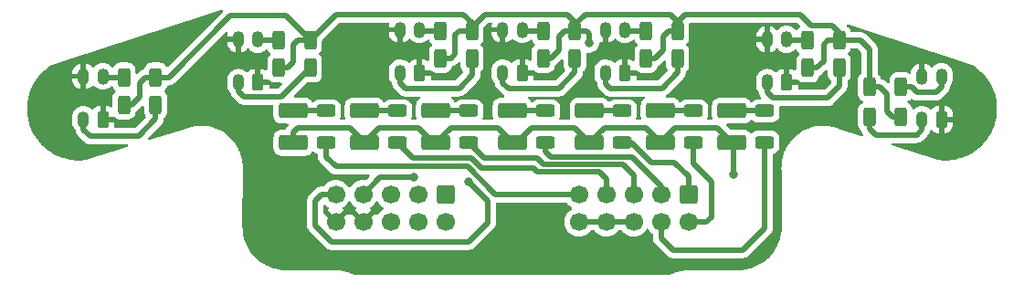
<source format=gtl>
%TF.GenerationSoftware,KiCad,Pcbnew,7.0.2*%
%TF.CreationDate,2023-11-09T20:28:49+01:00*%
%TF.ProjectId,Sensors,53656e73-6f72-4732-9e6b-696361645f70,rev?*%
%TF.SameCoordinates,Original*%
%TF.FileFunction,Copper,L1,Top*%
%TF.FilePolarity,Positive*%
%FSLAX46Y46*%
G04 Gerber Fmt 4.6, Leading zero omitted, Abs format (unit mm)*
G04 Created by KiCad (PCBNEW 7.0.2) date 2023-11-09 20:28:49*
%MOMM*%
%LPD*%
G01*
G04 APERTURE LIST*
G04 Aperture macros list*
%AMRoundRect*
0 Rectangle with rounded corners*
0 $1 Rounding radius*
0 $2 $3 $4 $5 $6 $7 $8 $9 X,Y pos of 4 corners*
0 Add a 4 corners polygon primitive as box body*
4,1,4,$2,$3,$4,$5,$6,$7,$8,$9,$2,$3,0*
0 Add four circle primitives for the rounded corners*
1,1,$1+$1,$2,$3*
1,1,$1+$1,$4,$5*
1,1,$1+$1,$6,$7*
1,1,$1+$1,$8,$9*
0 Add four rect primitives between the rounded corners*
20,1,$1+$1,$2,$3,$4,$5,0*
20,1,$1+$1,$4,$5,$6,$7,0*
20,1,$1+$1,$6,$7,$8,$9,0*
20,1,$1+$1,$8,$9,$2,$3,0*%
G04 Aperture macros list end*
%TA.AperFunction,ComponentPad*%
%ADD10RoundRect,0.250000X-0.600000X0.600000X-0.600000X-0.600000X0.600000X-0.600000X0.600000X0.600000X0*%
%TD*%
%TA.AperFunction,ComponentPad*%
%ADD11C,1.700000*%
%TD*%
%TA.AperFunction,SMDPad,CuDef*%
%ADD12RoundRect,0.250000X0.312500X0.625000X-0.312500X0.625000X-0.312500X-0.625000X0.312500X-0.625000X0*%
%TD*%
%TA.AperFunction,SMDPad,CuDef*%
%ADD13RoundRect,0.250000X-0.312500X-0.625000X0.312500X-0.625000X0.312500X0.625000X-0.312500X0.625000X0*%
%TD*%
%TA.AperFunction,SMDPad,CuDef*%
%ADD14RoundRect,0.250001X1.074999X-0.462499X1.074999X0.462499X-1.074999X0.462499X-1.074999X-0.462499X0*%
%TD*%
%TA.AperFunction,SMDPad,CuDef*%
%ADD15RoundRect,0.250000X-0.625000X0.312500X-0.625000X-0.312500X0.625000X-0.312500X0.625000X0.312500X0*%
%TD*%
%TA.AperFunction,ComponentPad*%
%ADD16RoundRect,0.249700X0.300300X0.500300X-0.300300X0.500300X-0.300300X-0.500300X0.300300X-0.500300X0*%
%TD*%
%TA.AperFunction,ComponentPad*%
%ADD17O,1.100000X1.500000*%
%TD*%
%TA.AperFunction,ViaPad*%
%ADD18C,0.800000*%
%TD*%
%TA.AperFunction,Conductor*%
%ADD19C,0.500000*%
%TD*%
%ADD20C,0.350000*%
G04 APERTURE END LIST*
D10*
%TO.P,J2,1,Pin_1*%
%TO.N,+3V3*%
X144145000Y-91123000D03*
D11*
%TO.P,J2,2,Pin_2*%
%TO.N,A4_C*%
X144145000Y-93663000D03*
%TO.P,J2,3,Pin_3*%
%TO.N,A0_C*%
X141605000Y-91123000D03*
%TO.P,J2,4,Pin_4*%
%TO.N,A5_C*%
X141605000Y-93663000D03*
%TO.P,J2,5,Pin_5*%
%TO.N,A1_C*%
X139065000Y-91123000D03*
%TO.P,J2,6,Pin_6*%
%TO.N,A6_C*%
X139065000Y-93663000D03*
%TO.P,J2,7,Pin_7*%
%TO.N,A2_C*%
X136525000Y-91123000D03*
%TO.P,J2,8,Pin_8*%
%TO.N,GND*%
X136525000Y-93663000D03*
%TO.P,J2,9,Pin_9*%
%TO.N,A3_C*%
X133985000Y-91123000D03*
%TO.P,J2,10,Pin_10*%
%TO.N,GND*%
X133985000Y-93663000D03*
%TD*%
%TO.P,J4,10,Pin_10*%
%TO.N,GND1*%
X156520000Y-93660000D03*
%TO.P,J4,9,Pin_9*%
%TO.N,LD4_C*%
X156520000Y-91120000D03*
%TO.P,J4,8,Pin_8*%
%TO.N,GND1*%
X159060000Y-93660000D03*
%TO.P,J4,7,Pin_7*%
%TO.N,LD3_C*%
X159060000Y-91120000D03*
%TO.P,J4,6,Pin_6*%
%TO.N,GND1*%
X161600000Y-93660000D03*
%TO.P,J4,5,Pin_5*%
%TO.N,LD2_C*%
X161600000Y-91120000D03*
%TO.P,J4,4,Pin_4*%
%TO.N,LD6_C*%
X164140000Y-93660000D03*
%TO.P,J4,3,Pin_3*%
%TO.N,LD1_C*%
X164140000Y-91120000D03*
%TO.P,J4,2,Pin_2*%
%TO.N,LD5_C*%
X166680000Y-93660000D03*
D10*
%TO.P,J4,1,Pin_1*%
%TO.N,LD0_C*%
X166680000Y-91120000D03*
%TD*%
D12*
%TO.P,R6,1*%
%TO.N,+3V3*%
X180659500Y-76835000D03*
%TO.P,R6,2*%
%TO.N,Net-(U6-A)*%
X177734500Y-76835000D03*
%TD*%
D13*
%TO.P,R4,1*%
%TO.N,+3V3*%
X162748500Y-78486000D03*
%TO.P,R4,2*%
%TO.N,A4_C*%
X165673500Y-78486000D03*
%TD*%
D14*
%TO.P,D6,1,K*%
%TO.N,GND1*%
X164084000Y-86323500D03*
%TO.P,D6,2,A*%
%TO.N,Net-(D6-A)*%
X164084000Y-83348500D03*
%TD*%
%TO.P,D5,1,K*%
%TO.N,GND1*%
X157516500Y-86323500D03*
%TO.P,D5,2,A*%
%TO.N,Net-(D5-A)*%
X157516500Y-83348500D03*
%TD*%
D13*
%TO.P,R11,1*%
%TO.N,+3V3*%
X143698500Y-78486000D03*
%TO.P,R11,2*%
%TO.N,A2_C*%
X146623500Y-78486000D03*
%TD*%
%TO.P,R8,1*%
%TO.N,+3V3*%
X177734500Y-79375000D03*
%TO.P,R8,2*%
%TO.N,A5_C*%
X180659500Y-79375000D03*
%TD*%
D14*
%TO.P,D4,1,K*%
%TO.N,GND1*%
X150368000Y-86323500D03*
%TO.P,D4,2,A*%
%TO.N,Net-(D4-A)*%
X150368000Y-83348500D03*
%TD*%
D15*
%TO.P,R16,1*%
%TO.N,Net-(D2-A)*%
X139700000Y-83373500D03*
%TO.P,R16,2*%
%TO.N,LD3_C*%
X139700000Y-86298500D03*
%TD*%
D13*
%TO.P,R7,1*%
%TO.N,+3V3*%
X128712500Y-79375000D03*
%TO.P,R7,2*%
%TO.N,A1_C*%
X131637500Y-79375000D03*
%TD*%
D14*
%TO.P,D1,1,K*%
%TO.N,GND1*%
X130048000Y-86323500D03*
%TO.P,D1,2,A*%
%TO.N,Net-(D1-A)*%
X130048000Y-83348500D03*
%TD*%
%TO.P,D7,1,K*%
%TO.N,GND1*%
X170688000Y-86323500D03*
%TO.P,D7,2,A*%
%TO.N,Net-(D7-A)*%
X170688000Y-83348500D03*
%TD*%
D15*
%TO.P,R17,1*%
%TO.N,Net-(D3-A)*%
X146304000Y-83373500D03*
%TO.P,R17,2*%
%TO.N,LD2_C*%
X146304000Y-86298500D03*
%TD*%
%TO.P,R18,1*%
%TO.N,Net-(D4-A)*%
X153416000Y-83373500D03*
%TO.P,R18,2*%
%TO.N,LD1_C*%
X153416000Y-86298500D03*
%TD*%
D14*
%TO.P,D3,1,K*%
%TO.N,GND1*%
X143256000Y-86323500D03*
%TO.P,D3,2,A*%
%TO.N,Net-(D3-A)*%
X143256000Y-83348500D03*
%TD*%
D13*
%TO.P,R14,1*%
%TO.N,+3V3*%
X153223500Y-78486000D03*
%TO.P,R14,2*%
%TO.N,A3_C*%
X156148500Y-78486000D03*
%TD*%
D15*
%TO.P,R15,1*%
%TO.N,Net-(D1-A)*%
X133096000Y-83373500D03*
%TO.P,R15,2*%
%TO.N,LD4_C*%
X133096000Y-86298500D03*
%TD*%
D12*
%TO.P,R2,1*%
%TO.N,+3V3*%
X165673500Y-75946000D03*
%TO.P,R2,2*%
%TO.N,Net-(U5-A)*%
X162748500Y-75946000D03*
%TD*%
D14*
%TO.P,D2,1,K*%
%TO.N,GND1*%
X136652000Y-86323500D03*
%TO.P,D2,2,A*%
%TO.N,Net-(D2-A)*%
X136652000Y-83348500D03*
%TD*%
D13*
%TO.P,R3,1*%
%TO.N,+3V3*%
X114361500Y-82804000D03*
%TO.P,R3,2*%
%TO.N,A0_C*%
X117286500Y-82804000D03*
%TD*%
D15*
%TO.P,R20,1*%
%TO.N,Net-(D6-A)*%
X167132000Y-83373500D03*
%TO.P,R20,2*%
%TO.N,LD5_C*%
X167132000Y-86298500D03*
%TD*%
%TO.P,R19,1*%
%TO.N,Net-(D5-A)*%
X160528000Y-83373500D03*
%TO.P,R19,2*%
%TO.N,LD0_C*%
X160528000Y-86298500D03*
%TD*%
D13*
%TO.P,R10,1*%
%TO.N,+3V3*%
X183449500Y-81153000D03*
%TO.P,R10,2*%
%TO.N,Net-(U7-A)*%
X186374500Y-81153000D03*
%TD*%
D12*
%TO.P,R13,1*%
%TO.N,+3V3*%
X156148500Y-75946000D03*
%TO.P,R13,2*%
%TO.N,Net-(U4-A)*%
X153223500Y-75946000D03*
%TD*%
%TO.P,R1,1*%
%TO.N,+3V3*%
X117286500Y-80264000D03*
%TO.P,R1,2*%
%TO.N,Net-(U1-A)*%
X114361500Y-80264000D03*
%TD*%
%TO.P,R9,1*%
%TO.N,+3V3*%
X146623500Y-75946000D03*
%TO.P,R9,2*%
%TO.N,Net-(U3-A)*%
X143698500Y-75946000D03*
%TD*%
D15*
%TO.P,R21,1*%
%TO.N,Net-(D7-A)*%
X173736000Y-83373500D03*
%TO.P,R21,2*%
%TO.N,LD6_C*%
X173736000Y-86298500D03*
%TD*%
D12*
%TO.P,R12,1*%
%TO.N,+3V3*%
X186374500Y-83947000D03*
%TO.P,R12,2*%
%TO.N,A6_C*%
X183449500Y-83947000D03*
%TD*%
%TO.P,R5,1*%
%TO.N,+3V3*%
X131637500Y-76835000D03*
%TO.P,R5,2*%
%TO.N,Net-(U2-A)*%
X128712500Y-76835000D03*
%TD*%
D16*
%TO.P,U4,1,K*%
%TO.N,GND*%
X151268000Y-79851000D03*
D17*
%TO.P,U4,2,A*%
%TO.N,Net-(U4-A)*%
X151268000Y-75851000D03*
%TO.P,U4,3,C*%
%TO.N,A3_C*%
X149468000Y-79851000D03*
%TO.P,U4,4,E*%
%TO.N,GND*%
X149468000Y-75851000D03*
%TD*%
D16*
%TO.P,U2,1,K*%
%TO.N,GND*%
X126757000Y-80740000D03*
D17*
%TO.P,U2,2,A*%
%TO.N,Net-(U2-A)*%
X126757000Y-76740000D03*
%TO.P,U2,3,C*%
%TO.N,A1_C*%
X124957000Y-80740000D03*
%TO.P,U2,4,E*%
%TO.N,GND*%
X124957000Y-76740000D03*
%TD*%
D16*
%TO.P,U7,1,K*%
%TO.N,GND*%
X190130000Y-84169000D03*
D17*
%TO.P,U7,2,A*%
%TO.N,Net-(U7-A)*%
X190130000Y-80169000D03*
%TO.P,U7,3,C*%
%TO.N,A6_C*%
X188330000Y-84169000D03*
%TO.P,U7,4,E*%
%TO.N,GND*%
X188330000Y-80169000D03*
%TD*%
D16*
%TO.P,U6,1,K*%
%TO.N,GND*%
X175779000Y-80740000D03*
D17*
%TO.P,U6,2,A*%
%TO.N,Net-(U6-A)*%
X175779000Y-76740000D03*
%TO.P,U6,3,C*%
%TO.N,A5_C*%
X173979000Y-80740000D03*
%TO.P,U6,4,E*%
%TO.N,GND*%
X173979000Y-76740000D03*
%TD*%
D16*
%TO.P,U1,1,K*%
%TO.N,GND*%
X112406000Y-84169000D03*
D17*
%TO.P,U1,2,A*%
%TO.N,Net-(U1-A)*%
X112406000Y-80169000D03*
%TO.P,U1,3,C*%
%TO.N,A0_C*%
X110606000Y-84169000D03*
%TO.P,U1,4,E*%
%TO.N,GND*%
X110606000Y-80169000D03*
%TD*%
D16*
%TO.P,U5,1,K*%
%TO.N,GND*%
X160793000Y-79851000D03*
D17*
%TO.P,U5,2,A*%
%TO.N,Net-(U5-A)*%
X160793000Y-75851000D03*
%TO.P,U5,3,C*%
%TO.N,A4_C*%
X158993000Y-79851000D03*
%TO.P,U5,4,E*%
%TO.N,GND*%
X158993000Y-75851000D03*
%TD*%
D16*
%TO.P,U3,1,K*%
%TO.N,GND*%
X141743000Y-79851000D03*
D17*
%TO.P,U3,2,A*%
%TO.N,Net-(U3-A)*%
X141743000Y-75851000D03*
%TO.P,U3,3,C*%
%TO.N,A2_C*%
X139943000Y-79851000D03*
%TO.P,U3,4,E*%
%TO.N,GND*%
X139943000Y-75851000D03*
%TD*%
D18*
%TO.N,GND1*%
X170815000Y-89281000D03*
%TO.N,+3V3*%
X157480000Y-77089000D03*
%TO.N,A2_C*%
X141224000Y-89535000D03*
%TO.N,A3_C*%
X146304000Y-89916000D03*
%TD*%
D19*
%TO.N,GND1*%
X165444500Y-84963000D02*
X169327500Y-84963000D01*
X143256000Y-86323500D02*
X143292500Y-86323500D01*
X164084000Y-86323500D02*
X165444500Y-84963000D01*
X144653000Y-84963000D02*
X148971000Y-84963000D01*
X135291500Y-84963000D02*
X136652000Y-86323500D01*
X159060000Y-93660000D02*
X156520000Y-93660000D01*
X138012500Y-84963000D02*
X141605000Y-84963000D01*
X136652000Y-86323500D02*
X138012500Y-84963000D01*
X157516500Y-86323500D02*
X158877000Y-84963000D01*
X156156000Y-84963000D02*
X157516500Y-86323500D01*
X158877000Y-84963000D02*
X162723500Y-84963000D01*
X169327500Y-84963000D02*
X170688000Y-86323500D01*
X141605000Y-84963000D02*
X142965500Y-86323500D01*
X148971000Y-84963000D02*
X150331500Y-86323500D01*
X170815000Y-89281000D02*
X170815000Y-86450500D01*
X130429000Y-84963000D02*
X135291500Y-84963000D01*
X162723500Y-84963000D02*
X164084000Y-86323500D01*
X150785500Y-86323500D02*
X152146000Y-84963000D01*
X130048000Y-86323500D02*
X130048000Y-85344000D01*
X152146000Y-84963000D02*
X156156000Y-84963000D01*
X130048000Y-85344000D02*
X130429000Y-84963000D01*
X150368000Y-86323500D02*
X150785500Y-86323500D01*
X170815000Y-86450500D02*
X170688000Y-86323500D01*
X143292500Y-86323500D02*
X144653000Y-84963000D01*
X142965500Y-86323500D02*
X143256000Y-86323500D01*
X161600000Y-93660000D02*
X159060000Y-93660000D01*
X150331500Y-86323500D02*
X150368000Y-86323500D01*
%TO.N,Net-(D1-A)*%
X133096000Y-83373500D02*
X130073000Y-83373500D01*
X130073000Y-83373500D02*
X130048000Y-83348500D01*
%TO.N,Net-(D2-A)*%
X139700000Y-83373500D02*
X136677000Y-83373500D01*
X136677000Y-83373500D02*
X136652000Y-83348500D01*
%TO.N,Net-(D3-A)*%
X146304000Y-83373500D02*
X143281000Y-83373500D01*
X143281000Y-83373500D02*
X143256000Y-83348500D01*
%TO.N,Net-(D4-A)*%
X150393000Y-83373500D02*
X150368000Y-83348500D01*
X153416000Y-83373500D02*
X150393000Y-83373500D01*
%TO.N,Net-(D5-A)*%
X157541500Y-83373500D02*
X157516500Y-83348500D01*
X160528000Y-83373500D02*
X157541500Y-83373500D01*
%TO.N,Net-(D6-A)*%
X164109000Y-83373500D02*
X164084000Y-83348500D01*
X167132000Y-83373500D02*
X164109000Y-83373500D01*
%TO.N,Net-(D7-A)*%
X173736000Y-83373500D02*
X170713000Y-83373500D01*
X170713000Y-83373500D02*
X170688000Y-83348500D01*
%TO.N,+3V3*%
X165673500Y-75122500D02*
X165673500Y-75946000D01*
X156148500Y-75372500D02*
X157099000Y-74422000D01*
X184404000Y-81153000D02*
X183449500Y-81153000D01*
X145796000Y-74422000D02*
X146623500Y-75249500D01*
X185039000Y-81788000D02*
X184404000Y-81153000D01*
X178054000Y-75438000D02*
X179959000Y-75438000D01*
X183449500Y-81153000D02*
X183449500Y-77658500D01*
X157099000Y-74422000D02*
X164973000Y-74422000D01*
X165673500Y-75118500D02*
X166370000Y-74422000D01*
X128712500Y-79375000D02*
X129540000Y-79375000D01*
X155448000Y-74422000D02*
X156148500Y-75122500D01*
X183449500Y-77658500D02*
X182626000Y-76835000D01*
X146623500Y-75946000D02*
X146623500Y-75626500D01*
X146623500Y-75626500D02*
X147828000Y-74422000D01*
X153924000Y-78486000D02*
X153223500Y-78486000D01*
X157480000Y-77089000D02*
X157480000Y-76200000D01*
X144653000Y-78486000D02*
X145034000Y-78105000D01*
X164338000Y-76454000D02*
X164846000Y-75946000D01*
X155194000Y-75946000D02*
X154686000Y-76454000D01*
X157480000Y-76200000D02*
X157226000Y-75946000D01*
X164338000Y-77724000D02*
X164338000Y-76454000D01*
X117286500Y-80264000D02*
X118491000Y-80264000D01*
X134050500Y-74422000D02*
X145796000Y-74422000D01*
X164846000Y-75946000D02*
X165673500Y-75946000D01*
X129540000Y-79375000D02*
X130048000Y-78867000D01*
X156148500Y-75946000D02*
X156148500Y-75372500D01*
X124206000Y-74549000D02*
X129351500Y-74549000D01*
X116332000Y-80264000D02*
X117286500Y-80264000D01*
X165673500Y-75946000D02*
X165673500Y-75118500D01*
X164973000Y-74422000D02*
X165673500Y-75122500D01*
X145415000Y-75946000D02*
X146623500Y-75946000D01*
X156148500Y-75122500D02*
X156148500Y-75946000D01*
X186374500Y-83947000D02*
X185547000Y-83947000D01*
X114361500Y-82804000D02*
X115062000Y-82804000D01*
X185547000Y-83947000D02*
X185039000Y-83439000D01*
X179197000Y-78740000D02*
X179197000Y-77216000D01*
X179578000Y-76835000D02*
X180659500Y-76835000D01*
X156148500Y-75946000D02*
X155194000Y-75946000D01*
X130048000Y-78867000D02*
X130048000Y-77216000D01*
X180659500Y-76138500D02*
X180659500Y-76835000D01*
X115062000Y-82804000D02*
X115824000Y-82042000D01*
X130048000Y-77216000D02*
X130429000Y-76835000D01*
X115824000Y-82042000D02*
X115824000Y-80772000D01*
X115824000Y-80772000D02*
X116332000Y-80264000D01*
X157226000Y-75946000D02*
X156148500Y-75946000D01*
X147828000Y-74422000D02*
X155448000Y-74422000D01*
X179959000Y-75438000D02*
X180659500Y-76138500D01*
X166370000Y-74422000D02*
X177038000Y-74422000D01*
X146623500Y-75249500D02*
X146623500Y-75946000D01*
X145034000Y-78105000D02*
X145034000Y-76327000D01*
X182626000Y-76835000D02*
X180659500Y-76835000D01*
X162748500Y-78486000D02*
X163576000Y-78486000D01*
X163576000Y-78486000D02*
X164338000Y-77724000D01*
X177038000Y-74422000D02*
X178054000Y-75438000D01*
X129351500Y-74549000D02*
X131637500Y-76835000D01*
X130429000Y-76835000D02*
X131637500Y-76835000D01*
X143698500Y-78486000D02*
X144653000Y-78486000D01*
X177734500Y-79375000D02*
X178562000Y-79375000D01*
X154686000Y-76454000D02*
X154686000Y-77724000D01*
X131637500Y-76835000D02*
X134050500Y-74422000D01*
X118491000Y-80264000D02*
X124206000Y-74549000D01*
X178562000Y-79375000D02*
X179197000Y-78740000D01*
X179197000Y-77216000D02*
X179578000Y-76835000D01*
X154686000Y-77724000D02*
X153924000Y-78486000D01*
X145034000Y-76327000D02*
X145415000Y-75946000D01*
X185039000Y-83439000D02*
X185039000Y-81788000D01*
%TO.N,A0_C*%
X115697000Y-85725000D02*
X117286500Y-84135500D01*
X110606000Y-84169000D02*
X110606000Y-85079000D01*
X111252000Y-85725000D02*
X115697000Y-85725000D01*
X117286500Y-84135500D02*
X117286500Y-82804000D01*
X110606000Y-85079000D02*
X111252000Y-85725000D01*
%TO.N,A1_C*%
X125476000Y-82042000D02*
X128970500Y-82042000D01*
X124957000Y-81523000D02*
X125476000Y-82042000D01*
X124957000Y-80740000D02*
X124957000Y-81523000D01*
X128970500Y-82042000D02*
X131637500Y-79375000D01*
%TO.N,A2_C*%
X139943000Y-79851000D02*
X139943000Y-80761000D01*
X138113000Y-89535000D02*
X136525000Y-91123000D01*
X139943000Y-80761000D02*
X140462000Y-81280000D01*
X145415000Y-81280000D02*
X146619500Y-80075500D01*
X140462000Y-81280000D02*
X145415000Y-81280000D01*
X146623500Y-80075500D02*
X146623500Y-78486000D01*
X141224000Y-89535000D02*
X138113000Y-89535000D01*
X146619500Y-80075500D02*
X146623500Y-80075500D01*
%TO.N,A3_C*%
X154686000Y-81280000D02*
X156148500Y-79817500D01*
X149468000Y-79851000D02*
X149468000Y-80761000D01*
X156148500Y-79817500D02*
X156148500Y-78486000D01*
X132080000Y-93980000D02*
X132080000Y-91694000D01*
X148082000Y-91694000D02*
X148082000Y-93726000D01*
X132080000Y-91694000D02*
X132651000Y-91123000D01*
X149987000Y-81280000D02*
X154686000Y-81280000D01*
X148082000Y-93726000D02*
X146304000Y-95504000D01*
X146304000Y-95504000D02*
X133604000Y-95504000D01*
X146304000Y-89916000D02*
X148082000Y-91694000D01*
X149468000Y-80761000D02*
X149987000Y-81280000D01*
X133604000Y-95504000D02*
X132080000Y-93980000D01*
X132651000Y-91123000D02*
X133985000Y-91123000D01*
%TO.N,A4_C*%
X159385000Y-81280000D02*
X164211000Y-81280000D01*
X164211000Y-81280000D02*
X165673500Y-79817500D01*
X165673500Y-79817500D02*
X165673500Y-78486000D01*
X158993000Y-79851000D02*
X158993000Y-80888000D01*
X158993000Y-80888000D02*
X159385000Y-81280000D01*
%TO.N,A5_C*%
X173979000Y-81650000D02*
X174498000Y-82169000D01*
X180659500Y-81087500D02*
X180659500Y-79375000D01*
X173979000Y-80740000D02*
X173979000Y-81650000D01*
X174498000Y-82169000D02*
X179578000Y-82169000D01*
X179578000Y-82169000D02*
X180659500Y-81087500D01*
%TO.N,A6_C*%
X184023000Y-85598000D02*
X187833000Y-85598000D01*
X188330000Y-85101000D02*
X188330000Y-84169000D01*
X183449500Y-85024500D02*
X184023000Y-85598000D01*
X183449500Y-83947000D02*
X183449500Y-85024500D01*
X187833000Y-85598000D02*
X188330000Y-85101000D01*
%TO.N,LD0_C*%
X160528000Y-86298500D02*
X161355500Y-86298500D01*
X161355500Y-86298500D02*
X163195000Y-88138000D01*
X165354000Y-88138000D02*
X166680000Y-89464000D01*
X163195000Y-88138000D02*
X165354000Y-88138000D01*
X166680000Y-89464000D02*
X166680000Y-91120000D01*
%TO.N,LD1_C*%
X164140000Y-90353000D02*
X161417000Y-87630000D01*
X153924000Y-87630000D02*
X153416000Y-87122000D01*
X161417000Y-87630000D02*
X153924000Y-87630000D01*
X153416000Y-87122000D02*
X153416000Y-86298500D01*
X164140000Y-91120000D02*
X164140000Y-90353000D01*
%TO.N,LD2_C*%
X152654000Y-87757000D02*
X147762500Y-87757000D01*
X147762500Y-87757000D02*
X146304000Y-86298500D01*
X152654000Y-87757000D02*
X153227000Y-88330000D01*
X153227000Y-88330000D02*
X160593000Y-88330000D01*
X161600000Y-89337000D02*
X160593000Y-88330000D01*
X161600000Y-91120000D02*
X161600000Y-89337000D01*
%TO.N,LD3_C*%
X159060000Y-89718000D02*
X158372000Y-89030000D01*
X141158500Y-87757000D02*
X141127750Y-87726250D01*
X146558000Y-87757000D02*
X141158500Y-87757000D01*
X141127750Y-87726250D02*
X139700000Y-86298500D01*
X152273000Y-88646000D02*
X147447000Y-88646000D01*
X147447000Y-88646000D02*
X146558000Y-87757000D01*
X159060000Y-91120000D02*
X159060000Y-89718000D01*
X158372000Y-89030000D02*
X152657000Y-89030000D01*
X152657000Y-89030000D02*
X152273000Y-88646000D01*
%TO.N,LD4_C*%
X133096000Y-87630000D02*
X133096000Y-86298500D01*
X156520000Y-91120000D02*
X148778000Y-91120000D01*
X146177000Y-88519000D02*
X133985000Y-88519000D01*
X133985000Y-88519000D02*
X133096000Y-87630000D01*
X148778000Y-91120000D02*
X146177000Y-88519000D01*
%TO.N,LD5_C*%
X168783000Y-89916000D02*
X167132000Y-88265000D01*
X168783000Y-93218000D02*
X168783000Y-89916000D01*
X166680000Y-93660000D02*
X168341000Y-93660000D01*
X167132000Y-88265000D02*
X167132000Y-86298500D01*
X168341000Y-93660000D02*
X168783000Y-93218000D01*
%TO.N,LD6_C*%
X171704000Y-96266000D02*
X173736000Y-94234000D01*
X164140000Y-93660000D02*
X164140000Y-95179000D01*
X173736000Y-94234000D02*
X173736000Y-86298500D01*
X165227000Y-96266000D02*
X171704000Y-96266000D01*
X164140000Y-95179000D02*
X165227000Y-96266000D01*
%TO.N,Net-(U1-A)*%
X112501000Y-80264000D02*
X112406000Y-80169000D01*
X114361500Y-80264000D02*
X112501000Y-80264000D01*
%TO.N,Net-(U2-A)*%
X128712500Y-76835000D02*
X126852000Y-76835000D01*
X126852000Y-76835000D02*
X126757000Y-76740000D01*
%TO.N,Net-(U3-A)*%
X141838000Y-75946000D02*
X141743000Y-75851000D01*
X143698500Y-75946000D02*
X141838000Y-75946000D01*
%TO.N,Net-(U4-A)*%
X151363000Y-75946000D02*
X151268000Y-75851000D01*
X153223500Y-75946000D02*
X151363000Y-75946000D01*
%TO.N,Net-(U5-A)*%
X160888000Y-75946000D02*
X160793000Y-75851000D01*
X162748500Y-75946000D02*
X160888000Y-75946000D01*
%TO.N,Net-(U6-A)*%
X177734500Y-76835000D02*
X175874000Y-76835000D01*
X175874000Y-76835000D02*
X175779000Y-76740000D01*
%TO.N,Net-(U7-A)*%
X190130000Y-80169000D02*
X190130000Y-81142000D01*
X190130000Y-81142000D02*
X189611000Y-81661000D01*
X187325000Y-81153000D02*
X186374500Y-81153000D01*
X187833000Y-81661000D02*
X187325000Y-81153000D01*
X189611000Y-81661000D02*
X187833000Y-81661000D01*
%TD*%
%TA.AperFunction,Conductor*%
%TO.N,GND*%
G36*
X123493819Y-74031981D02*
G01*
X123524639Y-74094685D01*
X123516667Y-74164099D01*
X123490134Y-74203497D01*
X118429097Y-79264533D01*
X118367774Y-79298018D01*
X118298082Y-79293034D01*
X118242149Y-79251162D01*
X118235877Y-79241948D01*
X118191711Y-79170342D01*
X118067657Y-79046288D01*
X117918334Y-78954186D01*
X117751797Y-78899000D01*
X117652141Y-78888819D01*
X117652122Y-78888818D01*
X117649009Y-78888500D01*
X117645860Y-78888500D01*
X116927141Y-78888500D01*
X116927121Y-78888500D01*
X116923992Y-78888501D01*
X116920860Y-78888820D01*
X116920858Y-78888821D01*
X116821203Y-78899000D01*
X116654665Y-78954186D01*
X116505342Y-79046288D01*
X116381288Y-79170342D01*
X116302332Y-79298353D01*
X116289186Y-79319666D01*
X116285817Y-79329834D01*
X116247251Y-79446216D01*
X116207478Y-79503660D01*
X116169800Y-79519521D01*
X116171359Y-79523804D01*
X116087251Y-79554415D01*
X116083849Y-79555597D01*
X116011470Y-79579582D01*
X115993929Y-79588074D01*
X115930197Y-79629991D01*
X115927156Y-79631928D01*
X115862280Y-79671943D01*
X115847164Y-79684257D01*
X115794815Y-79739742D01*
X115792304Y-79742327D01*
X115636180Y-79898451D01*
X115574857Y-79931936D01*
X115505165Y-79926952D01*
X115449232Y-79885080D01*
X115424815Y-79819616D01*
X115424499Y-79810770D01*
X115424499Y-79592140D01*
X115424499Y-79592139D01*
X115424499Y-79588992D01*
X115413999Y-79486203D01*
X115358814Y-79319666D01*
X115298105Y-79221241D01*
X115266711Y-79170342D01*
X115142657Y-79046288D01*
X114993334Y-78954186D01*
X114826797Y-78899000D01*
X114727141Y-78888819D01*
X114727122Y-78888818D01*
X114724009Y-78888500D01*
X114720860Y-78888500D01*
X114002141Y-78888500D01*
X114002121Y-78888500D01*
X113998992Y-78888501D01*
X113995860Y-78888820D01*
X113995858Y-78888821D01*
X113896203Y-78899000D01*
X113729665Y-78954186D01*
X113580342Y-79046288D01*
X113456287Y-79170343D01*
X113398691Y-79263721D01*
X113346743Y-79310446D01*
X113277781Y-79321667D01*
X113213699Y-79293824D01*
X113197299Y-79277288D01*
X113152410Y-79222589D01*
X113050798Y-79139200D01*
X112992450Y-79091315D01*
X112838412Y-79008979D01*
X112809956Y-78993769D01*
X112809955Y-78993768D01*
X112809954Y-78993768D01*
X112710944Y-78963733D01*
X112611932Y-78933699D01*
X112406000Y-78913417D01*
X112200067Y-78933699D01*
X112002043Y-78993769D01*
X111819551Y-79091314D01*
X111659588Y-79222590D01*
X111601529Y-79293336D01*
X111543783Y-79332670D01*
X111473939Y-79334541D01*
X111414170Y-79298353D01*
X111409823Y-79293336D01*
X111352054Y-79222945D01*
X111192170Y-79091731D01*
X111009762Y-78994231D01*
X110856000Y-78947587D01*
X110856000Y-79920061D01*
X110774885Y-79856928D01*
X110664405Y-79819000D01*
X110576995Y-79819000D01*
X110490784Y-79833386D01*
X110388053Y-79888981D01*
X110308940Y-79974921D01*
X110262018Y-80081892D01*
X110252372Y-80198302D01*
X110281047Y-80311538D01*
X110344936Y-80409327D01*
X110437115Y-80481072D01*
X110547595Y-80519000D01*
X110635005Y-80519000D01*
X110721216Y-80504614D01*
X110823947Y-80449019D01*
X110856000Y-80414200D01*
X110856000Y-81390410D01*
X111009764Y-81343766D01*
X111192171Y-81246268D01*
X111352053Y-81115055D01*
X111409822Y-81044664D01*
X111467568Y-81005329D01*
X111537413Y-81003458D01*
X111597181Y-81039645D01*
X111601530Y-81044664D01*
X111659589Y-81115410D01*
X111719142Y-81164283D01*
X111819550Y-81246685D01*
X112002046Y-81344232D01*
X112200066Y-81404300D01*
X112406000Y-81424583D01*
X112611934Y-81404300D01*
X112809954Y-81344232D01*
X112992450Y-81246685D01*
X113152410Y-81115410D01*
X113152411Y-81115408D01*
X113155123Y-81113183D01*
X113219433Y-81085870D01*
X113288301Y-81097661D01*
X113339861Y-81144813D01*
X113351492Y-81170028D01*
X113364186Y-81208334D01*
X113410236Y-81282994D01*
X113456287Y-81357655D01*
X113544950Y-81446319D01*
X113578434Y-81507643D01*
X113573450Y-81577334D01*
X113544950Y-81621681D01*
X113456287Y-81710344D01*
X113364186Y-81859665D01*
X113309000Y-82026202D01*
X113298819Y-82125858D01*
X113298817Y-82125878D01*
X113298500Y-82128991D01*
X113298500Y-82132138D01*
X113298500Y-82132139D01*
X113298500Y-82930955D01*
X113278815Y-82997994D01*
X113226011Y-83043749D01*
X113156853Y-83053693D01*
X113109404Y-83036494D01*
X113025294Y-82984615D01*
X112858935Y-82929489D01*
X112759388Y-82919319D01*
X112753111Y-82919000D01*
X112656000Y-82919000D01*
X112656000Y-83919000D01*
X113426270Y-83919000D01*
X113493309Y-83938685D01*
X113513946Y-83955314D01*
X113557420Y-83998788D01*
X113580345Y-84021713D01*
X113610999Y-84040620D01*
X113729666Y-84113814D01*
X113840350Y-84150491D01*
X113896202Y-84168999D01*
X113995858Y-84179180D01*
X113995859Y-84179180D01*
X113998991Y-84179500D01*
X114724008Y-84179499D01*
X114826797Y-84168999D01*
X114993334Y-84113814D01*
X115142656Y-84021712D01*
X115266712Y-83897656D01*
X115358814Y-83748334D01*
X115413999Y-83581797D01*
X115420118Y-83521892D01*
X115446515Y-83457200D01*
X115478381Y-83428955D01*
X115512180Y-83408108D01*
X115530656Y-83396712D01*
X115530656Y-83396711D01*
X115531729Y-83396050D01*
X115546824Y-83383753D01*
X115547692Y-83382832D01*
X115547696Y-83382830D01*
X115599184Y-83328254D01*
X115601630Y-83325736D01*
X116011821Y-82915545D01*
X116073142Y-82882062D01*
X116142834Y-82887046D01*
X116198767Y-82928918D01*
X116223184Y-82994382D01*
X116223500Y-83003228D01*
X116223500Y-83475858D01*
X116223500Y-83475877D01*
X116223501Y-83479008D01*
X116223820Y-83482140D01*
X116223821Y-83482141D01*
X116234000Y-83581796D01*
X116289186Y-83748334D01*
X116360980Y-83864732D01*
X116379420Y-83932124D01*
X116358497Y-83998788D01*
X116343122Y-84017509D01*
X115422451Y-84938181D01*
X115361128Y-84971666D01*
X115334770Y-84974500D01*
X113566675Y-84974500D01*
X113499636Y-84954815D01*
X113453881Y-84902011D01*
X113444312Y-84835462D01*
X113444130Y-84835444D01*
X113444204Y-84834713D01*
X113443937Y-84832853D01*
X113444745Y-84829423D01*
X113455680Y-84722388D01*
X113456000Y-84716110D01*
X113456000Y-84419000D01*
X112651581Y-84419000D01*
X112703060Y-84363079D01*
X112749982Y-84256108D01*
X112759628Y-84139698D01*
X112730953Y-84026462D01*
X112667064Y-83928673D01*
X112574885Y-83856928D01*
X112464405Y-83819000D01*
X112376995Y-83819000D01*
X112290784Y-83833386D01*
X112188053Y-83888981D01*
X112156000Y-83923799D01*
X112156000Y-82919000D01*
X112058889Y-82919000D01*
X112052611Y-82919319D01*
X111953064Y-82929489D01*
X111786707Y-82984614D01*
X111637541Y-83076621D01*
X111508314Y-83205849D01*
X111446991Y-83239334D01*
X111377299Y-83234350D01*
X111341969Y-83214022D01*
X111192450Y-83091315D01*
X111192449Y-83091314D01*
X111009956Y-82993769D01*
X111009955Y-82993768D01*
X111009954Y-82993768D01*
X110910944Y-82963733D01*
X110811932Y-82933699D01*
X110606000Y-82913417D01*
X110400067Y-82933699D01*
X110202043Y-82993769D01*
X110019551Y-83091314D01*
X109859589Y-83222589D01*
X109728314Y-83382551D01*
X109630769Y-83565043D01*
X109570699Y-83763067D01*
X109555798Y-83914358D01*
X109555797Y-83914374D01*
X109555500Y-83917392D01*
X109555500Y-84420608D01*
X109555797Y-84423626D01*
X109555798Y-84423641D01*
X109570699Y-84574932D01*
X109596379Y-84659587D01*
X109630740Y-84772863D01*
X109630769Y-84772956D01*
X109727975Y-84954815D01*
X109728315Y-84955450D01*
X109830741Y-85080258D01*
X109858050Y-85144529D01*
X109859098Y-85153497D01*
X109859464Y-85157082D01*
X109866109Y-85233041D01*
X109870329Y-85252071D01*
X109870758Y-85253251D01*
X109870759Y-85253255D01*
X109896413Y-85323742D01*
X109897582Y-85327107D01*
X109921580Y-85399524D01*
X109930075Y-85417072D01*
X109971979Y-85480784D01*
X109973889Y-85483782D01*
X110013288Y-85547656D01*
X110013952Y-85548732D01*
X110026253Y-85563830D01*
X110027168Y-85564693D01*
X110027170Y-85564696D01*
X110069552Y-85604681D01*
X110081708Y-85616150D01*
X110084295Y-85618663D01*
X110676269Y-86210637D01*
X110688051Y-86224270D01*
X110702390Y-86243531D01*
X110740338Y-86275373D01*
X110748313Y-86282681D01*
X110752223Y-86286591D01*
X110776556Y-86305830D01*
X110779335Y-86308095D01*
X110837752Y-86357113D01*
X110854179Y-86367578D01*
X110923320Y-86399819D01*
X110926567Y-86401391D01*
X110994699Y-86435609D01*
X111013087Y-86442000D01*
X111014323Y-86442255D01*
X111014327Y-86442257D01*
X111087895Y-86457447D01*
X111091242Y-86458189D01*
X111164279Y-86475500D01*
X111164281Y-86475500D01*
X111165509Y-86475791D01*
X111184878Y-86477770D01*
X111186140Y-86477733D01*
X111186144Y-86477734D01*
X111258533Y-86475627D01*
X111261131Y-86475552D01*
X111264737Y-86475500D01*
X114616723Y-86475500D01*
X114683762Y-86495185D01*
X114729517Y-86547989D01*
X114739461Y-86617147D01*
X114710436Y-86680703D01*
X114653723Y-86717851D01*
X110796920Y-87923613D01*
X110770736Y-87928789D01*
X110398934Y-87961343D01*
X110369671Y-87963867D01*
X110358935Y-87964325D01*
X110084420Y-87964140D01*
X109941715Y-87963415D01*
X109931363Y-87962930D01*
X109681201Y-87940685D01*
X109515523Y-87924728D01*
X109505617Y-87923368D01*
X109268121Y-87880962D01*
X109094522Y-87848121D01*
X109085135Y-87845964D01*
X108857537Y-87784271D01*
X108682062Y-87734210D01*
X108673264Y-87731340D01*
X108455080Y-87651025D01*
X108281497Y-87583929D01*
X108273321Y-87580426D01*
X108064982Y-87482160D01*
X107958958Y-87429659D01*
X107895965Y-87398466D01*
X107888467Y-87394425D01*
X107692047Y-87279674D01*
X107689707Y-87278272D01*
X107528586Y-87179326D01*
X107521757Y-87174815D01*
X107337237Y-87043991D01*
X107334737Y-87042172D01*
X107182275Y-86928260D01*
X107176162Y-86923384D01*
X107004546Y-86777436D01*
X107001945Y-86775161D01*
X106895270Y-86679193D01*
X106859811Y-86647292D01*
X106854426Y-86642147D01*
X106853645Y-86641354D01*
X106696749Y-86482131D01*
X106694158Y-86479420D01*
X106563745Y-86338654D01*
X106559094Y-86333336D01*
X106416442Y-86160505D01*
X106413834Y-86157235D01*
X106296483Y-86004868D01*
X106292541Y-85999453D01*
X106165782Y-85814972D01*
X106163342Y-85811277D01*
X106060103Y-85648550D01*
X106056836Y-85643095D01*
X106032941Y-85600777D01*
X105946971Y-85448520D01*
X105944645Y-85444205D01*
X105930711Y-85417072D01*
X105856517Y-85272592D01*
X105853918Y-85267214D01*
X105761610Y-85063800D01*
X105759566Y-85059028D01*
X105710811Y-84938181D01*
X105687359Y-84880050D01*
X105685369Y-84874776D01*
X105611324Y-84664115D01*
X105609576Y-84658755D01*
X105601653Y-84632448D01*
X105553916Y-84473940D01*
X105552530Y-84468962D01*
X105497254Y-84252473D01*
X105495926Y-84246689D01*
X105457293Y-84057643D01*
X105456427Y-84052931D01*
X105420369Y-83832278D01*
X105419517Y-83826065D01*
X105398234Y-83634498D01*
X105397824Y-83630066D01*
X105381281Y-83406837D01*
X105380971Y-83400231D01*
X105377181Y-83207879D01*
X105377170Y-83203723D01*
X105380316Y-82979589D01*
X105380616Y-82972580D01*
X105394279Y-82781123D01*
X105394590Y-82777535D01*
X105417489Y-82553915D01*
X105418460Y-82546605D01*
X105449350Y-82357817D01*
X105449925Y-82354590D01*
X105492516Y-82133194D01*
X105494215Y-82125655D01*
X105541873Y-81941418D01*
X105542667Y-81938497D01*
X105604805Y-81720818D01*
X105607273Y-81713141D01*
X105671093Y-81535034D01*
X105671951Y-81532719D01*
X105753448Y-81320124D01*
X105756770Y-81312283D01*
X105775576Y-81271815D01*
X105836203Y-81141344D01*
X105937295Y-80934228D01*
X105941455Y-80926429D01*
X106034858Y-80765525D01*
X106154888Y-80566230D01*
X106159908Y-80558561D01*
X106258890Y-80419000D01*
X109556072Y-80419000D01*
X109556298Y-80423622D01*
X109571191Y-80574834D01*
X109631233Y-80772764D01*
X109728731Y-80955171D01*
X109859945Y-81115054D01*
X110019828Y-81246268D01*
X110202235Y-81343766D01*
X110356000Y-81390410D01*
X110356000Y-80419000D01*
X109556072Y-80419000D01*
X106258890Y-80419000D01*
X106265472Y-80409720D01*
X106272784Y-80399694D01*
X106404434Y-80219167D01*
X106410383Y-80211642D01*
X106525300Y-80077358D01*
X106663661Y-79919000D01*
X109556072Y-79919000D01*
X110356000Y-79919000D01*
X110355999Y-78947587D01*
X110202237Y-78994231D01*
X110019829Y-79091731D01*
X109859945Y-79222945D01*
X109728731Y-79382828D01*
X109631233Y-79565235D01*
X109571191Y-79763165D01*
X109556298Y-79914377D01*
X109556072Y-79919000D01*
X106663661Y-79919000D01*
X106684034Y-79895683D01*
X106690867Y-79888472D01*
X106776827Y-79804783D01*
X106810163Y-79772328D01*
X106856409Y-79727959D01*
X106991402Y-79598445D01*
X106999114Y-79591642D01*
X107109778Y-79501955D01*
X107324108Y-79329809D01*
X107332699Y-79323502D01*
X107351588Y-79310850D01*
X107664656Y-79101839D01*
X107695189Y-79087039D01*
X123364150Y-73997880D01*
X123433990Y-73995893D01*
X123493819Y-74031981D01*
G37*
%TD.AperFunction*%
%TA.AperFunction,Conductor*%
G36*
X123894750Y-76024130D02*
G01*
X123950683Y-76066002D01*
X123975100Y-76131466D01*
X123970077Y-76176307D01*
X123922191Y-76334165D01*
X123907298Y-76485377D01*
X123907072Y-76490000D01*
X124711419Y-76490000D01*
X124659940Y-76545921D01*
X124613018Y-76652892D01*
X124603372Y-76769302D01*
X124632047Y-76882538D01*
X124695936Y-76980327D01*
X124788115Y-77052072D01*
X124898595Y-77090000D01*
X124986005Y-77090000D01*
X125072216Y-77075614D01*
X125174947Y-77020019D01*
X125207000Y-76985200D01*
X125207000Y-77961410D01*
X125360764Y-77914766D01*
X125543171Y-77817268D01*
X125703053Y-77686055D01*
X125760822Y-77615664D01*
X125818568Y-77576329D01*
X125888413Y-77574458D01*
X125948181Y-77610645D01*
X125952530Y-77615664D01*
X126010589Y-77686410D01*
X126077146Y-77741031D01*
X126170550Y-77817685D01*
X126353046Y-77915232D01*
X126551066Y-77975300D01*
X126757000Y-77995583D01*
X126962934Y-77975300D01*
X127160954Y-77915232D01*
X127343450Y-77817685D01*
X127503410Y-77686410D01*
X127503411Y-77686408D01*
X127506123Y-77684183D01*
X127570433Y-77656870D01*
X127639301Y-77668661D01*
X127690861Y-77715813D01*
X127702492Y-77741028D01*
X127715186Y-77779334D01*
X127738584Y-77817268D01*
X127807288Y-77928657D01*
X127895950Y-78017319D01*
X127929435Y-78078642D01*
X127924451Y-78148334D01*
X127895950Y-78192681D01*
X127807288Y-78281342D01*
X127715186Y-78430665D01*
X127660000Y-78597202D01*
X127649819Y-78696858D01*
X127649817Y-78696878D01*
X127649500Y-78699991D01*
X127649500Y-78703138D01*
X127649500Y-78703139D01*
X127649500Y-79501955D01*
X127629815Y-79568994D01*
X127577011Y-79614749D01*
X127507853Y-79624693D01*
X127460404Y-79607494D01*
X127376294Y-79555615D01*
X127209935Y-79500489D01*
X127110388Y-79490319D01*
X127104111Y-79490000D01*
X127007000Y-79490000D01*
X127007000Y-80490000D01*
X127777270Y-80490000D01*
X127844309Y-80509685D01*
X127864946Y-80526314D01*
X127904917Y-80566285D01*
X127931345Y-80592713D01*
X127947425Y-80602631D01*
X128080666Y-80684814D01*
X128192016Y-80721712D01*
X128247202Y-80739999D01*
X128346858Y-80750180D01*
X128346859Y-80750180D01*
X128349991Y-80750500D01*
X128901270Y-80750499D01*
X128968309Y-80770183D01*
X129014064Y-80822987D01*
X129024008Y-80892146D01*
X128994983Y-80955702D01*
X128988951Y-80962180D01*
X128695951Y-81255181D01*
X128634628Y-81288666D01*
X128608270Y-81291500D01*
X127931000Y-81291500D01*
X127863961Y-81271815D01*
X127818206Y-81219011D01*
X127807000Y-81167500D01*
X127807000Y-80990000D01*
X127002581Y-80990000D01*
X127054060Y-80934079D01*
X127100982Y-80827108D01*
X127110628Y-80710698D01*
X127081953Y-80597462D01*
X127018064Y-80499673D01*
X126925885Y-80427928D01*
X126815405Y-80390000D01*
X126727995Y-80390000D01*
X126641784Y-80404386D01*
X126539053Y-80459981D01*
X126507000Y-80494799D01*
X126507000Y-79490000D01*
X126409889Y-79490000D01*
X126403611Y-79490319D01*
X126304064Y-79500489D01*
X126137707Y-79555614D01*
X125988541Y-79647621D01*
X125859314Y-79776849D01*
X125797991Y-79810334D01*
X125728299Y-79805350D01*
X125692969Y-79785022D01*
X125565960Y-79680788D01*
X125543449Y-79662314D01*
X125360956Y-79564769D01*
X125360955Y-79564768D01*
X125360954Y-79564768D01*
X125242247Y-79528759D01*
X125162932Y-79504699D01*
X124957000Y-79484417D01*
X124751067Y-79504699D01*
X124553043Y-79564769D01*
X124370551Y-79662314D01*
X124210589Y-79793589D01*
X124079314Y-79953551D01*
X123981769Y-80136043D01*
X123981768Y-80136045D01*
X123981768Y-80136046D01*
X123979183Y-80144569D01*
X123921699Y-80334067D01*
X123906798Y-80485358D01*
X123906797Y-80485374D01*
X123906500Y-80488392D01*
X123906500Y-80991608D01*
X123906797Y-80994626D01*
X123906798Y-80994641D01*
X123921699Y-81145932D01*
X123951734Y-81244943D01*
X123976447Y-81326414D01*
X123981769Y-81343956D01*
X123981917Y-81344232D01*
X124079315Y-81526450D01*
X124207598Y-81682764D01*
X124210138Y-81685859D01*
X124230807Y-81722114D01*
X124247400Y-81767705D01*
X124248582Y-81771107D01*
X124272581Y-81843525D01*
X124281075Y-81861072D01*
X124322979Y-81924784D01*
X124324889Y-81927782D01*
X124364288Y-81991656D01*
X124364952Y-81992732D01*
X124377253Y-82007830D01*
X124378168Y-82008693D01*
X124378170Y-82008696D01*
X124427065Y-82054826D01*
X124432708Y-82060150D01*
X124435295Y-82062663D01*
X124900269Y-82527637D01*
X124912051Y-82541270D01*
X124926390Y-82560531D01*
X124964338Y-82592373D01*
X124972313Y-82599681D01*
X124976223Y-82603591D01*
X125000556Y-82622830D01*
X125003335Y-82625095D01*
X125061752Y-82674113D01*
X125078179Y-82684578D01*
X125147320Y-82716819D01*
X125150567Y-82718391D01*
X125218699Y-82752609D01*
X125237087Y-82759000D01*
X125238323Y-82759255D01*
X125238327Y-82759257D01*
X125311895Y-82774447D01*
X125315242Y-82775189D01*
X125388279Y-82792500D01*
X125388281Y-82792500D01*
X125389509Y-82792791D01*
X125408878Y-82794770D01*
X125410140Y-82794733D01*
X125410144Y-82794734D01*
X125482533Y-82792627D01*
X125485131Y-82792552D01*
X125488737Y-82792500D01*
X128098500Y-82792500D01*
X128165539Y-82812185D01*
X128211294Y-82864989D01*
X128222500Y-82916500D01*
X128222500Y-83861008D01*
X128222818Y-83864121D01*
X128222819Y-83864140D01*
X128233000Y-83963797D01*
X128288186Y-84130336D01*
X128380288Y-84279655D01*
X128504344Y-84403711D01*
X128653663Y-84495813D01*
X128820202Y-84550999D01*
X128919859Y-84561180D01*
X128919860Y-84561180D01*
X128922992Y-84561500D01*
X129468084Y-84561500D01*
X129535123Y-84581185D01*
X129580878Y-84633989D01*
X129590822Y-84703147D01*
X129561797Y-84766703D01*
X129542132Y-84784963D01*
X129529468Y-84794390D01*
X129497635Y-84832328D01*
X129490338Y-84840292D01*
X129488972Y-84841657D01*
X129488950Y-84841681D01*
X129486409Y-84844223D01*
X129484173Y-84847050D01*
X129484171Y-84847053D01*
X129467176Y-84868546D01*
X129464902Y-84871337D01*
X129415894Y-84929744D01*
X129405418Y-84946187D01*
X129373192Y-85015294D01*
X129371623Y-85018535D01*
X129359765Y-85042148D01*
X129312089Y-85093223D01*
X129248953Y-85110500D01*
X128922992Y-85110500D01*
X128919879Y-85110817D01*
X128919859Y-85110819D01*
X128820202Y-85121000D01*
X128653663Y-85176186D01*
X128504344Y-85268288D01*
X128380288Y-85392344D01*
X128288186Y-85541663D01*
X128233000Y-85708202D01*
X128222819Y-85807859D01*
X128222817Y-85807879D01*
X128222500Y-85810992D01*
X128222500Y-86836008D01*
X128222818Y-86839121D01*
X128222819Y-86839140D01*
X128233000Y-86938797D01*
X128288186Y-87105336D01*
X128380288Y-87254655D01*
X128504344Y-87378711D01*
X128653663Y-87470813D01*
X128820202Y-87525999D01*
X128919859Y-87536180D01*
X128919860Y-87536180D01*
X128922992Y-87536500D01*
X128926141Y-87536500D01*
X131169859Y-87536500D01*
X131173008Y-87536500D01*
X131275797Y-87525999D01*
X131442334Y-87470814D01*
X131455937Y-87462424D01*
X131591655Y-87378711D01*
X131715709Y-87254657D01*
X131715709Y-87254656D01*
X131715711Y-87254655D01*
X131762167Y-87179337D01*
X131814114Y-87132615D01*
X131883077Y-87121392D01*
X131947159Y-87149236D01*
X131955386Y-87156755D01*
X132002342Y-87203711D01*
X132002344Y-87203712D01*
X132151666Y-87295814D01*
X132260504Y-87331879D01*
X132317947Y-87371650D01*
X132344771Y-87436166D01*
X132345499Y-87449584D01*
X132345499Y-87566294D01*
X132344190Y-87584261D01*
X132340710Y-87608019D01*
X132345028Y-87657368D01*
X132345500Y-87668175D01*
X132345500Y-87673709D01*
X132345916Y-87677272D01*
X132345917Y-87677282D01*
X132349098Y-87704496D01*
X132349464Y-87708082D01*
X132356109Y-87784041D01*
X132360329Y-87803071D01*
X132360758Y-87804251D01*
X132360759Y-87804255D01*
X132386413Y-87874742D01*
X132387582Y-87878107D01*
X132411580Y-87950524D01*
X132420075Y-87968072D01*
X132461979Y-88031784D01*
X132463889Y-88034782D01*
X132503288Y-88098656D01*
X132503952Y-88099732D01*
X132516253Y-88114830D01*
X132517168Y-88115693D01*
X132517170Y-88115696D01*
X132570254Y-88165778D01*
X132571708Y-88167150D01*
X132574295Y-88169663D01*
X133409269Y-89004637D01*
X133421051Y-89018270D01*
X133435390Y-89037531D01*
X133473338Y-89069373D01*
X133481313Y-89076681D01*
X133485223Y-89080591D01*
X133509556Y-89099830D01*
X133512335Y-89102095D01*
X133570752Y-89151113D01*
X133587179Y-89161578D01*
X133656320Y-89193819D01*
X133659567Y-89195391D01*
X133727699Y-89229609D01*
X133746087Y-89236000D01*
X133747323Y-89236255D01*
X133747327Y-89236257D01*
X133820895Y-89251447D01*
X133824242Y-89252189D01*
X133897279Y-89269500D01*
X133897281Y-89269500D01*
X133898509Y-89269791D01*
X133917878Y-89271770D01*
X133919140Y-89271733D01*
X133919144Y-89271734D01*
X133992618Y-89269596D01*
X133994131Y-89269552D01*
X133997737Y-89269500D01*
X137017770Y-89269500D01*
X137084809Y-89289185D01*
X137130564Y-89341989D01*
X137140508Y-89411147D01*
X137111483Y-89474703D01*
X137105469Y-89481161D01*
X136901396Y-89685235D01*
X136836500Y-89750131D01*
X136775177Y-89783615D01*
X136738011Y-89785977D01*
X136524999Y-89767340D01*
X136289592Y-89787936D01*
X136061336Y-89849097D01*
X135847170Y-89948965D01*
X135653598Y-90084505D01*
X135486505Y-90251598D01*
X135356575Y-90437159D01*
X135301998Y-90480784D01*
X135232500Y-90487978D01*
X135170145Y-90456455D01*
X135153425Y-90437159D01*
X135101672Y-90363248D01*
X135023495Y-90251599D01*
X134856401Y-90084505D01*
X134662830Y-89948965D01*
X134448663Y-89849097D01*
X134377742Y-89830094D01*
X134220407Y-89787936D01*
X133985000Y-89767340D01*
X133749592Y-89787936D01*
X133521336Y-89849097D01*
X133307170Y-89948965D01*
X133113597Y-90084506D01*
X132946505Y-90251598D01*
X132898874Y-90319623D01*
X132844298Y-90363248D01*
X132797299Y-90372500D01*
X132714706Y-90372500D01*
X132696736Y-90371191D01*
X132682853Y-90369157D01*
X132672977Y-90367711D01*
X132672976Y-90367711D01*
X132623631Y-90372028D01*
X132612824Y-90372500D01*
X132607291Y-90372500D01*
X132603730Y-90372916D01*
X132603715Y-90372917D01*
X132576501Y-90376098D01*
X132572916Y-90376464D01*
X132496961Y-90383109D01*
X132477921Y-90387330D01*
X132406232Y-90413421D01*
X132402831Y-90414603D01*
X132330474Y-90438580D01*
X132312927Y-90447075D01*
X132249221Y-90488975D01*
X132246181Y-90490912D01*
X132181280Y-90530944D01*
X132166164Y-90543257D01*
X132113815Y-90598742D01*
X132111304Y-90601327D01*
X131594359Y-91118271D01*
X131580728Y-91130051D01*
X131561470Y-91144388D01*
X131529635Y-91182328D01*
X131522338Y-91190292D01*
X131520972Y-91191657D01*
X131520950Y-91191681D01*
X131518409Y-91194223D01*
X131516173Y-91197050D01*
X131516171Y-91197053D01*
X131499176Y-91218546D01*
X131496902Y-91221337D01*
X131447894Y-91279744D01*
X131437418Y-91296187D01*
X131405192Y-91365294D01*
X131403622Y-91368536D01*
X131369393Y-91436692D01*
X131362996Y-91455098D01*
X131347574Y-91529787D01*
X131346794Y-91533306D01*
X131329210Y-91607499D01*
X131327229Y-91626889D01*
X131329448Y-91703129D01*
X131329500Y-91706735D01*
X131329500Y-93916294D01*
X131328191Y-93934264D01*
X131324711Y-93958023D01*
X131327021Y-93984433D01*
X131329028Y-94007368D01*
X131329500Y-94018175D01*
X131329500Y-94023709D01*
X131329916Y-94027272D01*
X131329917Y-94027282D01*
X131333098Y-94054496D01*
X131333464Y-94058082D01*
X131340109Y-94134041D01*
X131344329Y-94153071D01*
X131344758Y-94154251D01*
X131344759Y-94154255D01*
X131370413Y-94224742D01*
X131371582Y-94228107D01*
X131395580Y-94300524D01*
X131404075Y-94318072D01*
X131445979Y-94381784D01*
X131447889Y-94384782D01*
X131475895Y-94430185D01*
X131487952Y-94449732D01*
X131500253Y-94464830D01*
X131501168Y-94465693D01*
X131501170Y-94465696D01*
X131543855Y-94505967D01*
X131555709Y-94517151D01*
X131558296Y-94519664D01*
X132295714Y-95257082D01*
X133028267Y-95989634D01*
X133040048Y-96003266D01*
X133054390Y-96022530D01*
X133092339Y-96054373D01*
X133100314Y-96061681D01*
X133104223Y-96065590D01*
X133107055Y-96067829D01*
X133107065Y-96067838D01*
X133128537Y-96084815D01*
X133131337Y-96087096D01*
X133189754Y-96136115D01*
X133206165Y-96146569D01*
X133207319Y-96147107D01*
X133207323Y-96147110D01*
X133275328Y-96178821D01*
X133278451Y-96180333D01*
X133344667Y-96213588D01*
X133346704Y-96214611D01*
X133365084Y-96220998D01*
X133366321Y-96221253D01*
X133366327Y-96221256D01*
X133439862Y-96236439D01*
X133443209Y-96237181D01*
X133516279Y-96254500D01*
X133516281Y-96254500D01*
X133517505Y-96254790D01*
X133536876Y-96256769D01*
X133538140Y-96256732D01*
X133538144Y-96256733D01*
X133613110Y-96254552D01*
X133616716Y-96254500D01*
X146240294Y-96254500D01*
X146258264Y-96255809D01*
X146262320Y-96256402D01*
X146282023Y-96259289D01*
X146331368Y-96254972D01*
X146342176Y-96254500D01*
X146344100Y-96254500D01*
X146347709Y-96254500D01*
X146378550Y-96250894D01*
X146382031Y-96250539D01*
X146456797Y-96243999D01*
X146456797Y-96243998D01*
X146458052Y-96243889D01*
X146477062Y-96239674D01*
X146478250Y-96239241D01*
X146478255Y-96239241D01*
X146548820Y-96213557D01*
X146552095Y-96212419D01*
X146623334Y-96188814D01*
X146623336Y-96188812D01*
X146624536Y-96188415D01*
X146642063Y-96179929D01*
X146643112Y-96179238D01*
X146643117Y-96179237D01*
X146705806Y-96138005D01*
X146708798Y-96136099D01*
X146772656Y-96096712D01*
X146772656Y-96096711D01*
X146773729Y-96096050D01*
X146788824Y-96083753D01*
X146789692Y-96082832D01*
X146789696Y-96082830D01*
X146841184Y-96028254D01*
X146843630Y-96025736D01*
X148567642Y-94301724D01*
X148581260Y-94289954D01*
X148600530Y-94275610D01*
X148632366Y-94237667D01*
X148639680Y-94229688D01*
X148640264Y-94229103D01*
X148643591Y-94225777D01*
X148662833Y-94201439D01*
X148665090Y-94198670D01*
X148695021Y-94163000D01*
X148713302Y-94141214D01*
X148713303Y-94141211D01*
X148714115Y-94140244D01*
X148724573Y-94123827D01*
X148725106Y-94122682D01*
X148725111Y-94122677D01*
X148756833Y-94054646D01*
X148758362Y-94051488D01*
X148792040Y-93984433D01*
X148792040Y-93984432D01*
X148792612Y-93983294D01*
X148799000Y-93964915D01*
X148799255Y-93963675D01*
X148799257Y-93963673D01*
X148814435Y-93890157D01*
X148815200Y-93886708D01*
X148832500Y-93813721D01*
X148832500Y-93813718D01*
X148832791Y-93812491D01*
X148834770Y-93793120D01*
X148834733Y-93791858D01*
X148834734Y-93791855D01*
X148832552Y-93716868D01*
X148832500Y-93713262D01*
X148832500Y-91994500D01*
X148852185Y-91927461D01*
X148904989Y-91881706D01*
X148956500Y-91870500D01*
X155332299Y-91870500D01*
X155399338Y-91890185D01*
X155433871Y-91923373D01*
X155481505Y-91991401D01*
X155648599Y-92158495D01*
X155834160Y-92288426D01*
X155877783Y-92343002D01*
X155884976Y-92412501D01*
X155853454Y-92474855D01*
X155834160Y-92491574D01*
X155659555Y-92613834D01*
X155648595Y-92621508D01*
X155481505Y-92788598D01*
X155345965Y-92982170D01*
X155246097Y-93196336D01*
X155184936Y-93424592D01*
X155164340Y-93660000D01*
X155184936Y-93895407D01*
X155208791Y-93984433D01*
X155246097Y-94123663D01*
X155345965Y-94337830D01*
X155481505Y-94531401D01*
X155648599Y-94698495D01*
X155842170Y-94834035D01*
X156056337Y-94933903D01*
X156284592Y-94995063D01*
X156520000Y-95015659D01*
X156755408Y-94995063D01*
X156983663Y-94933903D01*
X157197830Y-94834035D01*
X157391401Y-94698495D01*
X157558495Y-94531401D01*
X157606127Y-94463374D01*
X157660703Y-94419751D01*
X157707701Y-94410500D01*
X157872299Y-94410500D01*
X157939338Y-94430185D01*
X157973871Y-94463373D01*
X158021505Y-94531401D01*
X158188599Y-94698495D01*
X158382170Y-94834035D01*
X158596337Y-94933903D01*
X158824592Y-94995063D01*
X159059999Y-95015659D01*
X159059999Y-95015658D01*
X159060000Y-95015659D01*
X159295408Y-94995063D01*
X159523663Y-94933903D01*
X159737830Y-94834035D01*
X159931401Y-94698495D01*
X160098495Y-94531401D01*
X160146127Y-94463374D01*
X160200703Y-94419751D01*
X160247701Y-94410500D01*
X160412299Y-94410500D01*
X160479338Y-94430185D01*
X160513871Y-94463373D01*
X160561505Y-94531401D01*
X160728599Y-94698495D01*
X160922170Y-94834035D01*
X161136337Y-94933903D01*
X161364592Y-94995063D01*
X161600000Y-95015659D01*
X161835408Y-94995063D01*
X162063663Y-94933903D01*
X162277830Y-94834035D01*
X162471401Y-94698495D01*
X162638495Y-94531401D01*
X162768426Y-94345839D01*
X162823002Y-94302216D01*
X162892500Y-94295022D01*
X162954855Y-94326545D01*
X162971571Y-94345837D01*
X163023327Y-94419751D01*
X163101505Y-94531402D01*
X163268596Y-94698493D01*
X163268599Y-94698495D01*
X163336623Y-94746125D01*
X163380248Y-94800700D01*
X163389500Y-94847700D01*
X163389500Y-95115294D01*
X163388191Y-95133264D01*
X163384711Y-95157023D01*
X163389028Y-95206368D01*
X163389500Y-95217175D01*
X163389500Y-95222709D01*
X163389916Y-95226272D01*
X163389917Y-95226282D01*
X163393098Y-95253496D01*
X163393464Y-95257082D01*
X163400109Y-95333041D01*
X163404329Y-95352071D01*
X163404758Y-95353251D01*
X163404759Y-95353255D01*
X163430413Y-95423742D01*
X163431582Y-95427107D01*
X163455580Y-95499524D01*
X163464075Y-95517072D01*
X163505979Y-95580784D01*
X163507889Y-95583782D01*
X163531907Y-95622719D01*
X163547952Y-95648732D01*
X163560253Y-95663830D01*
X163561168Y-95664693D01*
X163561170Y-95664696D01*
X163615709Y-95716151D01*
X163618296Y-95718664D01*
X164651269Y-96751637D01*
X164663049Y-96765268D01*
X164677390Y-96784530D01*
X164715339Y-96816373D01*
X164723314Y-96823681D01*
X164727223Y-96827590D01*
X164730055Y-96829829D01*
X164730065Y-96829838D01*
X164751542Y-96846819D01*
X164754298Y-96849063D01*
X164811786Y-96897302D01*
X164811788Y-96897303D01*
X164812757Y-96898116D01*
X164829177Y-96908576D01*
X164830321Y-96909109D01*
X164830323Y-96909111D01*
X164898357Y-96940835D01*
X164901456Y-96942335D01*
X164967667Y-96975588D01*
X164969704Y-96976611D01*
X164988084Y-96982998D01*
X164989321Y-96983253D01*
X164989327Y-96983256D01*
X165062862Y-96998439D01*
X165066209Y-96999181D01*
X165139279Y-97016500D01*
X165139281Y-97016500D01*
X165140505Y-97016790D01*
X165159876Y-97018769D01*
X165161140Y-97018732D01*
X165161144Y-97018733D01*
X165236110Y-97016552D01*
X165239716Y-97016500D01*
X171640294Y-97016500D01*
X171658264Y-97017809D01*
X171662320Y-97018402D01*
X171682023Y-97021289D01*
X171731368Y-97016972D01*
X171742176Y-97016500D01*
X171744100Y-97016500D01*
X171747709Y-97016500D01*
X171778550Y-97012894D01*
X171782031Y-97012539D01*
X171856797Y-97005999D01*
X171856797Y-97005998D01*
X171858052Y-97005889D01*
X171877062Y-97001674D01*
X171878250Y-97001241D01*
X171878255Y-97001241D01*
X171948820Y-96975557D01*
X171952095Y-96974419D01*
X172023334Y-96950814D01*
X172023336Y-96950812D01*
X172024536Y-96950415D01*
X172042063Y-96941929D01*
X172043112Y-96941238D01*
X172043117Y-96941237D01*
X172105806Y-96900005D01*
X172108798Y-96898099D01*
X172172656Y-96858712D01*
X172172656Y-96858711D01*
X172173729Y-96858050D01*
X172188824Y-96845753D01*
X172189692Y-96844832D01*
X172189696Y-96844830D01*
X172241184Y-96790254D01*
X172243630Y-96787736D01*
X174221642Y-94809724D01*
X174235260Y-94797954D01*
X174254530Y-94783610D01*
X174286366Y-94745667D01*
X174293680Y-94737688D01*
X174294264Y-94737103D01*
X174297591Y-94733777D01*
X174316833Y-94709439D01*
X174319090Y-94706670D01*
X174333853Y-94689075D01*
X174367302Y-94649214D01*
X174367303Y-94649211D01*
X174368115Y-94648244D01*
X174378573Y-94631827D01*
X174379106Y-94630682D01*
X174379111Y-94630677D01*
X174410833Y-94562646D01*
X174412362Y-94559488D01*
X174446040Y-94492433D01*
X174446040Y-94492432D01*
X174446612Y-94491294D01*
X174453000Y-94472914D01*
X174453255Y-94471675D01*
X174453257Y-94471673D01*
X174468447Y-94398103D01*
X174469186Y-94394770D01*
X174486500Y-94321721D01*
X174486500Y-94321716D01*
X174486791Y-94320489D01*
X174488770Y-94301121D01*
X174488733Y-94299859D01*
X174488734Y-94299856D01*
X174486552Y-94224869D01*
X174486500Y-94221263D01*
X174486500Y-87449585D01*
X174506185Y-87382546D01*
X174558989Y-87336791D01*
X174571489Y-87331881D01*
X174680334Y-87295814D01*
X174829656Y-87203712D01*
X174953712Y-87079656D01*
X175045814Y-86930334D01*
X175100999Y-86763797D01*
X175111500Y-86661009D01*
X175111499Y-85935992D01*
X175100999Y-85833203D01*
X175045814Y-85666666D01*
X174973072Y-85548732D01*
X174953711Y-85517342D01*
X174829657Y-85393288D01*
X174680334Y-85301186D01*
X174513797Y-85246000D01*
X174414141Y-85235819D01*
X174414122Y-85235818D01*
X174411009Y-85235500D01*
X174407860Y-85235500D01*
X173064140Y-85235500D01*
X173064120Y-85235500D01*
X173060992Y-85235501D01*
X173057860Y-85235820D01*
X173057858Y-85235821D01*
X172958203Y-85246000D01*
X172791665Y-85301186D01*
X172642344Y-85393287D01*
X172576311Y-85459320D01*
X172514987Y-85492804D01*
X172445296Y-85487819D01*
X172389362Y-85445948D01*
X172383091Y-85436735D01*
X172377569Y-85427783D01*
X172355711Y-85392345D01*
X172355710Y-85392344D01*
X172355709Y-85392342D01*
X172231655Y-85268288D01*
X172082336Y-85176186D01*
X171915797Y-85121000D01*
X171816140Y-85110819D01*
X171816121Y-85110818D01*
X171813008Y-85110500D01*
X171809859Y-85110500D01*
X170587730Y-85110500D01*
X170520691Y-85090815D01*
X170500049Y-85074181D01*
X170199049Y-84773181D01*
X170165564Y-84711858D01*
X170170548Y-84642166D01*
X170212420Y-84586233D01*
X170277884Y-84561816D01*
X170286730Y-84561500D01*
X171809859Y-84561500D01*
X171813008Y-84561500D01*
X171915797Y-84550999D01*
X172082334Y-84495814D01*
X172106235Y-84481072D01*
X172231655Y-84403711D01*
X172355710Y-84279656D01*
X172356293Y-84278712D01*
X172383091Y-84235264D01*
X172435038Y-84188540D01*
X172504001Y-84177317D01*
X172568083Y-84205160D01*
X172576311Y-84212680D01*
X172642342Y-84278711D01*
X172695564Y-84311538D01*
X172791666Y-84370814D01*
X172903016Y-84407712D01*
X172958202Y-84425999D01*
X173057858Y-84436180D01*
X173057859Y-84436180D01*
X173060991Y-84436500D01*
X174411008Y-84436499D01*
X174513797Y-84425999D01*
X174680334Y-84370814D01*
X174829656Y-84278712D01*
X174953712Y-84154656D01*
X175045814Y-84005334D01*
X175100999Y-83838797D01*
X175111500Y-83736009D01*
X175111499Y-83043499D01*
X175131183Y-82976461D01*
X175183987Y-82930706D01*
X175235499Y-82919500D01*
X179514294Y-82919500D01*
X179532264Y-82920809D01*
X179536320Y-82921402D01*
X179556023Y-82924289D01*
X179605368Y-82919972D01*
X179616176Y-82919500D01*
X179618100Y-82919500D01*
X179621709Y-82919500D01*
X179652550Y-82915894D01*
X179656031Y-82915539D01*
X179730797Y-82908999D01*
X179730797Y-82908998D01*
X179732052Y-82908889D01*
X179751062Y-82904674D01*
X179752250Y-82904241D01*
X179752255Y-82904241D01*
X179822820Y-82878557D01*
X179826095Y-82877419D01*
X179897334Y-82853814D01*
X179897336Y-82853812D01*
X179898536Y-82853415D01*
X179916063Y-82844929D01*
X179917112Y-82844238D01*
X179917117Y-82844237D01*
X179979806Y-82803005D01*
X179982798Y-82801099D01*
X180046656Y-82761712D01*
X180046656Y-82761711D01*
X180047729Y-82761050D01*
X180062824Y-82748753D01*
X180063692Y-82747832D01*
X180063696Y-82747830D01*
X180115184Y-82693254D01*
X180117630Y-82690736D01*
X181145142Y-81663224D01*
X181158760Y-81651454D01*
X181178030Y-81637110D01*
X181209866Y-81599167D01*
X181217180Y-81591188D01*
X181217764Y-81590603D01*
X181221091Y-81587277D01*
X181240333Y-81562939D01*
X181242590Y-81560170D01*
X181265726Y-81532598D01*
X181290802Y-81502714D01*
X181290803Y-81502711D01*
X181291615Y-81501744D01*
X181302073Y-81485327D01*
X181302606Y-81484182D01*
X181302611Y-81484177D01*
X181334333Y-81416146D01*
X181335862Y-81412988D01*
X181369540Y-81345933D01*
X181369540Y-81345932D01*
X181370112Y-81344794D01*
X181376500Y-81326414D01*
X181376755Y-81325175D01*
X181376757Y-81325173D01*
X181391947Y-81251603D01*
X181392686Y-81248270D01*
X181410000Y-81175221D01*
X181410000Y-81175216D01*
X181410291Y-81173989D01*
X181412270Y-81154621D01*
X181412233Y-81153359D01*
X181412234Y-81153356D01*
X181410052Y-81078369D01*
X181410000Y-81074763D01*
X181410000Y-80674730D01*
X181429685Y-80607691D01*
X181446314Y-80587053D01*
X181564712Y-80468656D01*
X181656814Y-80319334D01*
X181711999Y-80152797D01*
X181722500Y-80050009D01*
X181722499Y-78699992D01*
X181711999Y-78597203D01*
X181656814Y-78430666D01*
X181564712Y-78281344D01*
X181476047Y-78192679D01*
X181442564Y-78131359D01*
X181447548Y-78061667D01*
X181476047Y-78017320D01*
X181564712Y-77928656D01*
X181656814Y-77779334D01*
X181692879Y-77670494D01*
X181732652Y-77613051D01*
X181797167Y-77586228D01*
X181810585Y-77585500D01*
X182263770Y-77585500D01*
X182330809Y-77605185D01*
X182351451Y-77621819D01*
X182662681Y-77933049D01*
X182696166Y-77994372D01*
X182699000Y-78020730D01*
X182699000Y-79853268D01*
X182679315Y-79920307D01*
X182662682Y-79940949D01*
X182544287Y-80059344D01*
X182452186Y-80208665D01*
X182397000Y-80375202D01*
X182386819Y-80474858D01*
X182386817Y-80474878D01*
X182386500Y-80477991D01*
X182386500Y-80481138D01*
X182386500Y-80481139D01*
X182386500Y-81824859D01*
X182386500Y-81824878D01*
X182386501Y-81828008D01*
X182386820Y-81831140D01*
X182386821Y-81831141D01*
X182397000Y-81930796D01*
X182452186Y-82097334D01*
X182544288Y-82246657D01*
X182668341Y-82370710D01*
X182668343Y-82370711D01*
X182668344Y-82370712D01*
X182735238Y-82411972D01*
X182787911Y-82444461D01*
X182834635Y-82496409D01*
X182845858Y-82565371D01*
X182818014Y-82629454D01*
X182787911Y-82655539D01*
X182668341Y-82729289D01*
X182544288Y-82853342D01*
X182452186Y-83002665D01*
X182397000Y-83169202D01*
X182386819Y-83268858D01*
X182386817Y-83268878D01*
X182386500Y-83271991D01*
X182386500Y-83275138D01*
X182386500Y-83275139D01*
X182386500Y-84618859D01*
X182386500Y-84618878D01*
X182386501Y-84622008D01*
X182386820Y-84625140D01*
X182386821Y-84625141D01*
X182397000Y-84724796D01*
X182452186Y-84891334D01*
X182544286Y-85040654D01*
X182544287Y-85040655D01*
X182544288Y-85040656D01*
X182668344Y-85164712D01*
X182674888Y-85168748D01*
X182721613Y-85220695D01*
X182726312Y-85231873D01*
X182733664Y-85252071D01*
X182739900Y-85269206D01*
X182741082Y-85272607D01*
X182765081Y-85345025D01*
X182773575Y-85362572D01*
X182815479Y-85426284D01*
X182817408Y-85429313D01*
X182821987Y-85436735D01*
X182863416Y-85503903D01*
X182881856Y-85571295D01*
X182860933Y-85637959D01*
X182807291Y-85682728D01*
X182737960Y-85691389D01*
X182720807Y-85687328D01*
X180511927Y-84995330D01*
X180505923Y-84993279D01*
X180338481Y-84931252D01*
X180338469Y-84931248D01*
X180335707Y-84930225D01*
X180332849Y-84929466D01*
X180332846Y-84929465D01*
X180131122Y-84875891D01*
X180125729Y-84874327D01*
X180051134Y-84850852D01*
X180033931Y-84850079D01*
X179982787Y-84836496D01*
X179982781Y-84836494D01*
X179979928Y-84835737D01*
X179977003Y-84835251D01*
X179977000Y-84835251D01*
X179748037Y-84797259D01*
X179743109Y-84796339D01*
X179675954Y-84782385D01*
X179662559Y-84783076D01*
X179619686Y-84775962D01*
X179619682Y-84775961D01*
X179616780Y-84775480D01*
X179613862Y-84775277D01*
X179613849Y-84775276D01*
X179355284Y-84757336D01*
X179350876Y-84756951D01*
X179295842Y-84751153D01*
X179286410Y-84752557D01*
X179252492Y-84750203D01*
X179252469Y-84750202D01*
X179249551Y-84750000D01*
X179246606Y-84750076D01*
X179246596Y-84750076D01*
X178955060Y-84757624D01*
X178951226Y-84757664D01*
X178914413Y-84757478D01*
X178909045Y-84758815D01*
X178884515Y-84759450D01*
X178884504Y-84759450D01*
X178881561Y-84759527D01*
X178878655Y-84759880D01*
X178878634Y-84759882D01*
X178548684Y-84800016D01*
X178545464Y-84800365D01*
X178535387Y-84801324D01*
X178534056Y-84801795D01*
X178519068Y-84803618D01*
X178519045Y-84803621D01*
X178516142Y-84803975D01*
X178513279Y-84804603D01*
X178513266Y-84804606D01*
X178159493Y-84882306D01*
X178159485Y-84882308D01*
X178156599Y-84882942D01*
X178153788Y-84883846D01*
X178153783Y-84883848D01*
X177808985Y-84994813D01*
X177808981Y-84994814D01*
X177806186Y-84995714D01*
X177803509Y-84996866D01*
X177803486Y-84996875D01*
X177470775Y-85140105D01*
X177470768Y-85140108D01*
X177468072Y-85141269D01*
X177465501Y-85142678D01*
X177465491Y-85142684D01*
X177147897Y-85316877D01*
X177147880Y-85316886D01*
X177145319Y-85318292D01*
X177142895Y-85319938D01*
X177142882Y-85319947D01*
X176843289Y-85523518D01*
X176843270Y-85523531D01*
X176840845Y-85525180D01*
X176838579Y-85527057D01*
X176838568Y-85527066D01*
X176559673Y-85758182D01*
X176557406Y-85760061D01*
X176555339Y-85762134D01*
X176555326Y-85762147D01*
X176299656Y-86018712D01*
X176299649Y-86018719D01*
X176297566Y-86020810D01*
X176295693Y-86023085D01*
X176295686Y-86023094D01*
X176078879Y-86286591D01*
X176063676Y-86305068D01*
X176062030Y-86307507D01*
X176062026Y-86307514D01*
X175859502Y-86607818D01*
X175859493Y-86607831D01*
X175857854Y-86610263D01*
X175856452Y-86612840D01*
X175856445Y-86612852D01*
X175683371Y-86931038D01*
X175683366Y-86931046D01*
X175681960Y-86933633D01*
X175680808Y-86936332D01*
X175680803Y-86936345D01*
X175674881Y-86950234D01*
X175674173Y-86951093D01*
X175670343Y-86960772D01*
X175669110Y-86963771D01*
X175538738Y-87269549D01*
X175538732Y-87269564D01*
X175537586Y-87272253D01*
X175536703Y-87275029D01*
X175536697Y-87275046D01*
X175529258Y-87298444D01*
X175526806Y-87302078D01*
X175516408Y-87338659D01*
X175515303Y-87342329D01*
X175426936Y-87620237D01*
X175426930Y-87620256D01*
X175426040Y-87623058D01*
X175425417Y-87625938D01*
X175425418Y-87625938D01*
X175418238Y-87659182D01*
X175414628Y-87665814D01*
X175404515Y-87722347D01*
X175403660Y-87726679D01*
X175348329Y-87982875D01*
X175347984Y-87985791D01*
X175347982Y-87985807D01*
X175342886Y-88028963D01*
X175338721Y-88038727D01*
X175333214Y-88110010D01*
X175332726Y-88115000D01*
X175305503Y-88345518D01*
X175305501Y-88345536D01*
X175305158Y-88348447D01*
X175305092Y-88351387D01*
X175305092Y-88351390D01*
X175303907Y-88404312D01*
X175299786Y-88417264D01*
X175301655Y-88499191D01*
X175301656Y-88504793D01*
X175296983Y-88713512D01*
X175296917Y-88716467D01*
X175297130Y-88719397D01*
X175297131Y-88719411D01*
X175309980Y-88895632D01*
X175310308Y-88904403D01*
X175320694Y-94133210D01*
X175320562Y-94139183D01*
X175312712Y-94308961D01*
X175303034Y-94505967D01*
X175301994Y-94517013D01*
X175276537Y-94699509D01*
X175249252Y-94883442D01*
X175247301Y-94893633D01*
X175204517Y-95075544D01*
X175159805Y-95254045D01*
X175157095Y-95263313D01*
X175097687Y-95440564D01*
X175096866Y-95442933D01*
X175035511Y-95614407D01*
X175032194Y-95622719D01*
X174956486Y-95794180D01*
X174955147Y-95797109D01*
X174877491Y-95961302D01*
X174873725Y-95968625D01*
X174782371Y-96132635D01*
X174780400Y-96136045D01*
X174687199Y-96291542D01*
X174683140Y-96297870D01*
X174576942Y-96452899D01*
X174574241Y-96456689D01*
X174466335Y-96602184D01*
X174462135Y-96607534D01*
X174342051Y-96752147D01*
X174338531Y-96756204D01*
X174216917Y-96890383D01*
X174212720Y-96894790D01*
X174079790Y-97027720D01*
X174075383Y-97031917D01*
X173941204Y-97153531D01*
X173937147Y-97157051D01*
X173792534Y-97277135D01*
X173787184Y-97281335D01*
X173641689Y-97389241D01*
X173637899Y-97391942D01*
X173482870Y-97498140D01*
X173476542Y-97502199D01*
X173321045Y-97595400D01*
X173317635Y-97597371D01*
X173153625Y-97688725D01*
X173146302Y-97692491D01*
X172982109Y-97770147D01*
X172979180Y-97771486D01*
X172807719Y-97847194D01*
X172799407Y-97850511D01*
X172627933Y-97911866D01*
X172625564Y-97912687D01*
X172448317Y-97972094D01*
X172439041Y-97974806D01*
X172260546Y-98019517D01*
X172078631Y-98062302D01*
X172068445Y-98064252D01*
X171884510Y-98091537D01*
X171702011Y-98116994D01*
X171690968Y-98118034D01*
X171494137Y-98127704D01*
X171324094Y-98135565D01*
X171318291Y-98135697D01*
X166806500Y-98132900D01*
X166806000Y-98132900D01*
X166621046Y-98132900D01*
X166618187Y-98133164D01*
X166618185Y-98133165D01*
X166403550Y-98153054D01*
X166398193Y-98153434D01*
X166322178Y-98157168D01*
X166306926Y-98162007D01*
X166255574Y-98166766D01*
X166255572Y-98166766D01*
X166252715Y-98167031D01*
X166249904Y-98167556D01*
X166249893Y-98167558D01*
X166007718Y-98212829D01*
X166003128Y-98213598D01*
X165941297Y-98222769D01*
X165930867Y-98227194D01*
X165891927Y-98234473D01*
X165891896Y-98234480D01*
X165889105Y-98235002D01*
X165707834Y-98286578D01*
X165613198Y-98313504D01*
X165609396Y-98314520D01*
X165568398Y-98324790D01*
X165562676Y-98327878D01*
X165533318Y-98336232D01*
X165530661Y-98337261D01*
X165530650Y-98337265D01*
X165219954Y-98457629D01*
X165216937Y-98458752D01*
X165206914Y-98462338D01*
X165205694Y-98463153D01*
X165191052Y-98468825D01*
X165191034Y-98468832D01*
X165188388Y-98469858D01*
X165185843Y-98471125D01*
X165185830Y-98471131D01*
X165049532Y-98539000D01*
X164994260Y-98552000D01*
X135661740Y-98552000D01*
X135606468Y-98539000D01*
X135470169Y-98471131D01*
X135470164Y-98471129D01*
X135467612Y-98469858D01*
X135464961Y-98468831D01*
X135464952Y-98468827D01*
X135450307Y-98463154D01*
X135449385Y-98462445D01*
X135439063Y-98458752D01*
X135436046Y-98457629D01*
X135125349Y-98337265D01*
X135125345Y-98337263D01*
X135122682Y-98336232D01*
X135093323Y-98327878D01*
X135088974Y-98325134D01*
X135046606Y-98314522D01*
X135042802Y-98313504D01*
X134769647Y-98235785D01*
X134769646Y-98235784D01*
X134766895Y-98235002D01*
X134764103Y-98234480D01*
X134764073Y-98234473D01*
X134725132Y-98227194D01*
X134717143Y-98223131D01*
X134652872Y-98213598D01*
X134648282Y-98212829D01*
X134406106Y-98167558D01*
X134406098Y-98167557D01*
X134403285Y-98167031D01*
X134398848Y-98166619D01*
X134349074Y-98162007D01*
X134337321Y-98157339D01*
X134257805Y-98153433D01*
X134252449Y-98153053D01*
X134037814Y-98133165D01*
X134037813Y-98133164D01*
X134034954Y-98132900D01*
X133850000Y-98132900D01*
X133849500Y-98132900D01*
X129346969Y-98138868D01*
X129341082Y-98138736D01*
X129171212Y-98130888D01*
X128974245Y-98121217D01*
X128963197Y-98120177D01*
X128780750Y-98094731D01*
X128596785Y-98067448D01*
X128586592Y-98065497D01*
X128404642Y-98022707D01*
X128226169Y-97978005D01*
X128216902Y-97975296D01*
X128039645Y-97915890D01*
X128037276Y-97915069D01*
X127865791Y-97853714D01*
X127857478Y-97850397D01*
X127685990Y-97774680D01*
X127683060Y-97773340D01*
X127518921Y-97695711D01*
X127511598Y-97691946D01*
X127347572Y-97600587D01*
X127344162Y-97598616D01*
X127188635Y-97505398D01*
X127182307Y-97501340D01*
X127027278Y-97395144D01*
X127023524Y-97392467D01*
X126878018Y-97284553D01*
X126872668Y-97280353D01*
X126728033Y-97160251D01*
X126723976Y-97156731D01*
X126589803Y-97035124D01*
X126585395Y-97030927D01*
X126452471Y-96898003D01*
X126448274Y-96893595D01*
X126326667Y-96759422D01*
X126323147Y-96755365D01*
X126203045Y-96610730D01*
X126198845Y-96605380D01*
X126155647Y-96547134D01*
X126090916Y-96459853D01*
X126088269Y-96456142D01*
X125982047Y-96301074D01*
X125978000Y-96294763D01*
X125884782Y-96139236D01*
X125882811Y-96135826D01*
X125861025Y-96096712D01*
X125791452Y-95971800D01*
X125787687Y-95964477D01*
X125710058Y-95800338D01*
X125708718Y-95797408D01*
X125707293Y-95794180D01*
X125632994Y-95625904D01*
X125629684Y-95617607D01*
X125617597Y-95583825D01*
X125568318Y-95446092D01*
X125567539Y-95443845D01*
X125508098Y-95266484D01*
X125505391Y-95257224D01*
X125505355Y-95257082D01*
X125460690Y-95078750D01*
X125459936Y-95075544D01*
X125417892Y-94896767D01*
X125415955Y-94886638D01*
X125388668Y-94702649D01*
X125385650Y-94681011D01*
X125363215Y-94520154D01*
X125362184Y-94509185D01*
X125352518Y-94312352D01*
X125344663Y-94142320D01*
X125344532Y-94136427D01*
X125354914Y-88908851D01*
X125355240Y-88900132D01*
X125368400Y-88719645D01*
X125363659Y-88508000D01*
X125363661Y-88502393D01*
X125365462Y-88424232D01*
X125361406Y-88407444D01*
X125361336Y-88404312D01*
X125360156Y-88351622D01*
X125332579Y-88118121D01*
X125332095Y-88113161D01*
X125326813Y-88044799D01*
X125322423Y-88032125D01*
X125316982Y-87986046D01*
X125261643Y-87729827D01*
X125260788Y-87725493D01*
X125251042Y-87671015D01*
X125247068Y-87662343D01*
X125239268Y-87626227D01*
X125149984Y-87345443D01*
X125148890Y-87341808D01*
X125138825Y-87306398D01*
X125136049Y-87301615D01*
X125128613Y-87278230D01*
X125128604Y-87278208D01*
X125127718Y-87275419D01*
X124996169Y-86966885D01*
X124994938Y-86963889D01*
X124991234Y-86954530D01*
X124990416Y-86953389D01*
X124984504Y-86939524D01*
X124984497Y-86939511D01*
X124983341Y-86936798D01*
X124837276Y-86668271D01*
X124808851Y-86616014D01*
X124808848Y-86616009D01*
X124807443Y-86613426D01*
X124601616Y-86308230D01*
X124367721Y-86023972D01*
X124235354Y-85891144D01*
X124109960Y-85765313D01*
X124109957Y-85765310D01*
X124107877Y-85763223D01*
X124016290Y-85687328D01*
X123826710Y-85530230D01*
X123826701Y-85530223D01*
X123824432Y-85528343D01*
X123821996Y-85526688D01*
X123821991Y-85526684D01*
X123522400Y-85323118D01*
X123522399Y-85323117D01*
X123519954Y-85321456D01*
X123197195Y-85144436D01*
X123180985Y-85137458D01*
X122861794Y-85000052D01*
X122861782Y-85000047D01*
X122859077Y-84998883D01*
X122856259Y-84997976D01*
X122856256Y-84997975D01*
X122511465Y-84887017D01*
X122511464Y-84887016D01*
X122508659Y-84886114D01*
X122505797Y-84885485D01*
X122505788Y-84885483D01*
X122151983Y-84807781D01*
X122151972Y-84807779D01*
X122149112Y-84807151D01*
X122146205Y-84806797D01*
X122146179Y-84806793D01*
X122131197Y-84804971D01*
X122130175Y-84804530D01*
X122119819Y-84803545D01*
X122116600Y-84803196D01*
X121786607Y-84763061D01*
X121786588Y-84763059D01*
X121783689Y-84762707D01*
X121780764Y-84762631D01*
X121780733Y-84762629D01*
X121756199Y-84761994D01*
X121752029Y-84760651D01*
X121714011Y-84760843D01*
X121710180Y-84760804D01*
X121418649Y-84753261D01*
X121418640Y-84753261D01*
X121415696Y-84753185D01*
X121378829Y-84755743D01*
X121371459Y-84754123D01*
X121314362Y-84760139D01*
X121309955Y-84760523D01*
X121051423Y-84778464D01*
X121051409Y-84778465D01*
X121048464Y-84778670D01*
X121045561Y-84779151D01*
X121045533Y-84779155D01*
X121002677Y-84786267D01*
X120992144Y-84784984D01*
X120922159Y-84799527D01*
X120917231Y-84800447D01*
X120688222Y-84838450D01*
X120688213Y-84838451D01*
X120685314Y-84838933D01*
X120682467Y-84839689D01*
X120682463Y-84839690D01*
X120631310Y-84853276D01*
X120617720Y-84852922D01*
X120539537Y-84877519D01*
X120534156Y-84879079D01*
X120344450Y-84929465D01*
X120329533Y-84933427D01*
X120326776Y-84934448D01*
X120326758Y-84934454D01*
X120159954Y-84996246D01*
X120153880Y-84998319D01*
X116752319Y-86061759D01*
X116682460Y-86062975D01*
X116623034Y-86026230D01*
X116592907Y-85963189D01*
X116601645Y-85893868D01*
X116627634Y-85855732D01*
X117772138Y-84711227D01*
X117785756Y-84699457D01*
X117805030Y-84685110D01*
X117836872Y-84647161D01*
X117844186Y-84639181D01*
X117844767Y-84638599D01*
X117848090Y-84635277D01*
X117867332Y-84610938D01*
X117869554Y-84608211D01*
X117917802Y-84550714D01*
X117917802Y-84550712D01*
X117918617Y-84549742D01*
X117929066Y-84533340D01*
X117929605Y-84532182D01*
X117929610Y-84532177D01*
X117961332Y-84464147D01*
X117962848Y-84461016D01*
X117996540Y-84393933D01*
X117996540Y-84393929D01*
X117997110Y-84392796D01*
X118003499Y-84374417D01*
X118004243Y-84370813D01*
X118018931Y-84299671D01*
X118019686Y-84296267D01*
X118037000Y-84223221D01*
X118037000Y-84223217D01*
X118037290Y-84221994D01*
X118039269Y-84202623D01*
X118039232Y-84201359D01*
X118039233Y-84201356D01*
X118037052Y-84126388D01*
X118037000Y-84122783D01*
X118037000Y-84103731D01*
X118056685Y-84036692D01*
X118073319Y-84016050D01*
X118191711Y-83897657D01*
X118191712Y-83897656D01*
X118283814Y-83748334D01*
X118338999Y-83581797D01*
X118349500Y-83479009D01*
X118349499Y-82128992D01*
X118338999Y-82026203D01*
X118283814Y-81859666D01*
X118202653Y-81728082D01*
X118191713Y-81710345D01*
X118151455Y-81670087D01*
X118103047Y-81621679D01*
X118069564Y-81560359D01*
X118074548Y-81490667D01*
X118103047Y-81446320D01*
X118191712Y-81357656D01*
X118283814Y-81208334D01*
X118319403Y-81100931D01*
X118359174Y-81043489D01*
X118423690Y-81016665D01*
X118455075Y-81017245D01*
X118469023Y-81019289D01*
X118518368Y-81014972D01*
X118529176Y-81014500D01*
X118531100Y-81014500D01*
X118534709Y-81014500D01*
X118565550Y-81010894D01*
X118569031Y-81010539D01*
X118643797Y-81003999D01*
X118643797Y-81003998D01*
X118645052Y-81003889D01*
X118664062Y-80999674D01*
X118665250Y-80999241D01*
X118665255Y-80999241D01*
X118735820Y-80973557D01*
X118739095Y-80972419D01*
X118810334Y-80948814D01*
X118810336Y-80948812D01*
X118811536Y-80948415D01*
X118829063Y-80939929D01*
X118830112Y-80939238D01*
X118830117Y-80939237D01*
X118892806Y-80898005D01*
X118895798Y-80896099D01*
X118959656Y-80856712D01*
X118959656Y-80856711D01*
X118960729Y-80856050D01*
X118975824Y-80843753D01*
X118976692Y-80842832D01*
X118976696Y-80842830D01*
X119028185Y-80788253D01*
X119030631Y-80785735D01*
X122826366Y-76990000D01*
X123907072Y-76990000D01*
X123907298Y-76994622D01*
X123922191Y-77145834D01*
X123982233Y-77343764D01*
X124079731Y-77526171D01*
X124210945Y-77686054D01*
X124370828Y-77817268D01*
X124553235Y-77914766D01*
X124707000Y-77961410D01*
X124707000Y-76990000D01*
X123907072Y-76990000D01*
X122826366Y-76990000D01*
X123763737Y-76052629D01*
X123825058Y-76019146D01*
X123894750Y-76024130D01*
G37*
%TD.AperFunction*%
%TA.AperFunction,Conductor*%
G36*
X133035703Y-92084045D02*
G01*
X133042181Y-92090077D01*
X133113599Y-92161495D01*
X133299596Y-92291732D01*
X133343219Y-92346307D01*
X133350412Y-92415806D01*
X133318890Y-92478160D01*
X133299594Y-92494881D01*
X133223626Y-92548073D01*
X133852466Y-93176913D01*
X133842685Y-93178320D01*
X133711900Y-93238048D01*
X133603239Y-93332202D01*
X133525507Y-93453156D01*
X133501923Y-93533476D01*
X132866819Y-92898372D01*
X132833334Y-92837049D01*
X132830500Y-92810691D01*
X132830500Y-92177758D01*
X132850185Y-92110719D01*
X132902989Y-92064964D01*
X132972147Y-92055020D01*
X133035703Y-92084045D01*
G37*
%TD.AperFunction*%
%TA.AperFunction,Conductor*%
G36*
X135339855Y-91789545D02*
G01*
X135356571Y-91808837D01*
X135486505Y-91994401D01*
X135653599Y-92161495D01*
X135839596Y-92291732D01*
X135883219Y-92346307D01*
X135890412Y-92415806D01*
X135858890Y-92478160D01*
X135839594Y-92494881D01*
X135763626Y-92548073D01*
X136392466Y-93176913D01*
X136382685Y-93178320D01*
X136251900Y-93238048D01*
X136143239Y-93332202D01*
X136065507Y-93453156D01*
X136041923Y-93533476D01*
X135410072Y-92901625D01*
X135410072Y-92901626D01*
X135356574Y-92978030D01*
X135301998Y-93021655D01*
X135232499Y-93028849D01*
X135170144Y-92997326D01*
X135153424Y-92978030D01*
X135099925Y-92901626D01*
X135099925Y-92901625D01*
X134468076Y-93533474D01*
X134444493Y-93453156D01*
X134366761Y-93332202D01*
X134258100Y-93238048D01*
X134127315Y-93178320D01*
X134117533Y-93176913D01*
X134746373Y-92548073D01*
X134746373Y-92548072D01*
X134670405Y-92494880D01*
X134626780Y-92440304D01*
X134619586Y-92370805D01*
X134651108Y-92308451D01*
X134670399Y-92291734D01*
X134856401Y-92161495D01*
X135023495Y-91994401D01*
X135153426Y-91808839D01*
X135208002Y-91765216D01*
X135277500Y-91758022D01*
X135339855Y-91789545D01*
G37*
%TD.AperFunction*%
%TA.AperFunction,Conductor*%
G36*
X137879855Y-91789545D02*
G01*
X137896571Y-91808837D01*
X138026505Y-91994401D01*
X138193599Y-92161495D01*
X138379160Y-92291426D01*
X138422783Y-92346002D01*
X138429976Y-92415501D01*
X138398454Y-92477855D01*
X138379158Y-92494575D01*
X138197884Y-92621505D01*
X138193595Y-92624508D01*
X138026508Y-92791595D01*
X138026505Y-92791598D01*
X138026505Y-92791599D01*
X137949465Y-92901625D01*
X137896270Y-92977595D01*
X137841693Y-93021219D01*
X137772194Y-93028412D01*
X137709840Y-92996890D01*
X137693120Y-92977595D01*
X137639925Y-92901626D01*
X137639925Y-92901625D01*
X137008076Y-93533474D01*
X136984493Y-93453156D01*
X136906761Y-93332202D01*
X136798100Y-93238048D01*
X136667315Y-93178320D01*
X136657533Y-93176913D01*
X137286373Y-92548073D01*
X137286373Y-92548072D01*
X137210405Y-92494880D01*
X137166780Y-92440304D01*
X137159586Y-92370805D01*
X137191108Y-92308451D01*
X137210399Y-92291734D01*
X137396401Y-92161495D01*
X137563495Y-91994401D01*
X137693426Y-91808839D01*
X137748002Y-91765216D01*
X137817500Y-91758022D01*
X137879855Y-91789545D01*
G37*
%TD.AperFunction*%
%TA.AperFunction,Conductor*%
G36*
X138890748Y-75192185D02*
G01*
X138936503Y-75244989D01*
X138946447Y-75314147D01*
X138942370Y-75332495D01*
X138908191Y-75445165D01*
X138893298Y-75596377D01*
X138893072Y-75601000D01*
X139697419Y-75601000D01*
X139645940Y-75656921D01*
X139599018Y-75763892D01*
X139589372Y-75880302D01*
X139618047Y-75993538D01*
X139681936Y-76091327D01*
X139774115Y-76163072D01*
X139884595Y-76201000D01*
X139972005Y-76201000D01*
X140058216Y-76186614D01*
X140160947Y-76131019D01*
X140193000Y-76096200D01*
X140193000Y-77072410D01*
X140346764Y-77025766D01*
X140529171Y-76928268D01*
X140689053Y-76797055D01*
X140746822Y-76726664D01*
X140804568Y-76687329D01*
X140874413Y-76685458D01*
X140934181Y-76721645D01*
X140938530Y-76726664D01*
X140996589Y-76797410D01*
X141032777Y-76827108D01*
X141156550Y-76928685D01*
X141339046Y-77026232D01*
X141537066Y-77086300D01*
X141743000Y-77106583D01*
X141948934Y-77086300D01*
X142146954Y-77026232D01*
X142329450Y-76928685D01*
X142489410Y-76797410D01*
X142489411Y-76797408D01*
X142492123Y-76795183D01*
X142556433Y-76767870D01*
X142625301Y-76779661D01*
X142676861Y-76826813D01*
X142688492Y-76852028D01*
X142701186Y-76890334D01*
X142701187Y-76890335D01*
X142793287Y-77039655D01*
X142881950Y-77128319D01*
X142915434Y-77189643D01*
X142910450Y-77259334D01*
X142881950Y-77303681D01*
X142793287Y-77392344D01*
X142701186Y-77541665D01*
X142646000Y-77708202D01*
X142635819Y-77807858D01*
X142635817Y-77807878D01*
X142635500Y-77810991D01*
X142635500Y-77814138D01*
X142635500Y-77814139D01*
X142635500Y-78612955D01*
X142615815Y-78679994D01*
X142563011Y-78725749D01*
X142493853Y-78735693D01*
X142446404Y-78718494D01*
X142362294Y-78666615D01*
X142195935Y-78611489D01*
X142096388Y-78601319D01*
X142090111Y-78601000D01*
X141993000Y-78601000D01*
X141993000Y-79601000D01*
X142763270Y-79601000D01*
X142830309Y-79620685D01*
X142850946Y-79637314D01*
X142884921Y-79671289D01*
X142917345Y-79703713D01*
X142975758Y-79739742D01*
X143066666Y-79795814D01*
X143136637Y-79819000D01*
X143233202Y-79850999D01*
X143332858Y-79861180D01*
X143332859Y-79861180D01*
X143335991Y-79861500D01*
X144061008Y-79861499D01*
X144163797Y-79850999D01*
X144330334Y-79795814D01*
X144479656Y-79703712D01*
X144603712Y-79579656D01*
X144695814Y-79430334D01*
X144737748Y-79303784D01*
X144777521Y-79246340D01*
X144815201Y-79230505D01*
X144813634Y-79226198D01*
X144827251Y-79221241D01*
X144827255Y-79221241D01*
X144897820Y-79195557D01*
X144901095Y-79194419D01*
X144972334Y-79170814D01*
X144972336Y-79170812D01*
X144973536Y-79170415D01*
X144991063Y-79161929D01*
X144992112Y-79161238D01*
X144992117Y-79161237D01*
X145054806Y-79120005D01*
X145057798Y-79118099D01*
X145121656Y-79078712D01*
X145121656Y-79078711D01*
X145122729Y-79078050D01*
X145137824Y-79065753D01*
X145138692Y-79064832D01*
X145138696Y-79064830D01*
X145190187Y-79010251D01*
X145192599Y-79007767D01*
X145348823Y-78851542D01*
X145410142Y-78818061D01*
X145479833Y-78823045D01*
X145535767Y-78864916D01*
X145560184Y-78930381D01*
X145560500Y-78939226D01*
X145560500Y-79157858D01*
X145560500Y-79157877D01*
X145560501Y-79161008D01*
X145560820Y-79164140D01*
X145560821Y-79164141D01*
X145571000Y-79263796D01*
X145626186Y-79430334D01*
X145718288Y-79579657D01*
X145798450Y-79659819D01*
X145831935Y-79721142D01*
X145826951Y-79790834D01*
X145798450Y-79835181D01*
X145140451Y-80493181D01*
X145079128Y-80526666D01*
X145052770Y-80529500D01*
X142916784Y-80529500D01*
X142849745Y-80509815D01*
X142803990Y-80457011D01*
X142793039Y-80399694D01*
X142793000Y-80401258D01*
X142793000Y-80399487D01*
X142792944Y-80399194D01*
X142793000Y-80398094D01*
X142793000Y-80101000D01*
X141988581Y-80101000D01*
X142040060Y-80045079D01*
X142086982Y-79938108D01*
X142096628Y-79821698D01*
X142067953Y-79708462D01*
X142004064Y-79610673D01*
X141911885Y-79538928D01*
X141801405Y-79501000D01*
X141713995Y-79501000D01*
X141627784Y-79515386D01*
X141525053Y-79570981D01*
X141493000Y-79605799D01*
X141493000Y-78601000D01*
X141395889Y-78601000D01*
X141389611Y-78601319D01*
X141290064Y-78611489D01*
X141123707Y-78666614D01*
X140974541Y-78758621D01*
X140845314Y-78887849D01*
X140783991Y-78921334D01*
X140714299Y-78916350D01*
X140678969Y-78896022D01*
X140529450Y-78773315D01*
X140529449Y-78773314D01*
X140346956Y-78675769D01*
X140346955Y-78675768D01*
X140346954Y-78675768D01*
X140245890Y-78645111D01*
X140148932Y-78615699D01*
X139943000Y-78595417D01*
X139737067Y-78615699D01*
X139539043Y-78675769D01*
X139356551Y-78773314D01*
X139196589Y-78904589D01*
X139065314Y-79064551D01*
X138967769Y-79247043D01*
X138967768Y-79247045D01*
X138967768Y-79247046D01*
X138965788Y-79253573D01*
X138907699Y-79445067D01*
X138892798Y-79596358D01*
X138892797Y-79596374D01*
X138892500Y-79599392D01*
X138892500Y-80102608D01*
X138892797Y-80105626D01*
X138892798Y-80105641D01*
X138907699Y-80256932D01*
X138929612Y-80329169D01*
X138961940Y-80435743D01*
X138967769Y-80454956D01*
X139065314Y-80637449D01*
X139072477Y-80646177D01*
X139167741Y-80762258D01*
X139195050Y-80826529D01*
X139196098Y-80835497D01*
X139196464Y-80839082D01*
X139203109Y-80915041D01*
X139207329Y-80934071D01*
X139207758Y-80935251D01*
X139207759Y-80935255D01*
X139233413Y-81005742D01*
X139234582Y-81009107D01*
X139258580Y-81081524D01*
X139267075Y-81099072D01*
X139308979Y-81162784D01*
X139310889Y-81165782D01*
X139350288Y-81229656D01*
X139350952Y-81230732D01*
X139363253Y-81245830D01*
X139364168Y-81246693D01*
X139364170Y-81246696D01*
X139413064Y-81292825D01*
X139418708Y-81298150D01*
X139421295Y-81300663D01*
X139886269Y-81765637D01*
X139898051Y-81779270D01*
X139912390Y-81798531D01*
X139950338Y-81830373D01*
X139958313Y-81837681D01*
X139962223Y-81841591D01*
X139986556Y-81860830D01*
X139989335Y-81863095D01*
X140047752Y-81912113D01*
X140064179Y-81922578D01*
X140133320Y-81954819D01*
X140136567Y-81956391D01*
X140204699Y-81990609D01*
X140223087Y-81997000D01*
X140224323Y-81997255D01*
X140224327Y-81997257D01*
X140297895Y-82012447D01*
X140301242Y-82013189D01*
X140374279Y-82030500D01*
X140374281Y-82030500D01*
X140375509Y-82030791D01*
X140394878Y-82032770D01*
X140396140Y-82032733D01*
X140396144Y-82032734D01*
X140468533Y-82030627D01*
X140471131Y-82030552D01*
X140474737Y-82030500D01*
X141701154Y-82030500D01*
X141768193Y-82050185D01*
X141813948Y-82102989D01*
X141823892Y-82172147D01*
X141794867Y-82235703D01*
X141766251Y-82260038D01*
X141712345Y-82293287D01*
X141588288Y-82417344D01*
X141496186Y-82566663D01*
X141441000Y-82733202D01*
X141430819Y-82832859D01*
X141430817Y-82832879D01*
X141430500Y-82835992D01*
X141430500Y-83861008D01*
X141430818Y-83864121D01*
X141430819Y-83864140D01*
X141441000Y-83963797D01*
X141469399Y-84049496D01*
X141471801Y-84119324D01*
X141436069Y-84179366D01*
X141373549Y-84210559D01*
X141351693Y-84212500D01*
X141104207Y-84212500D01*
X141037168Y-84192815D01*
X140991413Y-84140011D01*
X140981469Y-84070853D01*
X140998666Y-84023407D01*
X141009814Y-84005334D01*
X141064999Y-83838797D01*
X141075500Y-83736009D01*
X141075499Y-83010992D01*
X141064999Y-82908203D01*
X141009814Y-82741666D01*
X140945371Y-82637186D01*
X140917711Y-82592342D01*
X140793657Y-82468288D01*
X140644334Y-82376186D01*
X140477797Y-82321000D01*
X140378141Y-82310819D01*
X140378122Y-82310818D01*
X140375009Y-82310500D01*
X140371860Y-82310500D01*
X139028140Y-82310500D01*
X139028120Y-82310500D01*
X139024992Y-82310501D01*
X139021860Y-82310820D01*
X139021858Y-82310821D01*
X138922203Y-82321000D01*
X138755665Y-82376186D01*
X138606342Y-82468288D01*
X138559385Y-82515245D01*
X138498062Y-82548729D01*
X138428370Y-82543744D01*
X138372437Y-82501873D01*
X138366167Y-82492660D01*
X138319711Y-82417344D01*
X138195655Y-82293288D01*
X138046336Y-82201186D01*
X137879797Y-82146000D01*
X137780140Y-82135819D01*
X137780121Y-82135818D01*
X137777008Y-82135500D01*
X135526992Y-82135500D01*
X135523879Y-82135817D01*
X135523859Y-82135819D01*
X135424202Y-82146000D01*
X135257663Y-82201186D01*
X135108344Y-82293288D01*
X134984288Y-82417344D01*
X134892186Y-82566663D01*
X134837000Y-82733202D01*
X134826819Y-82832859D01*
X134826817Y-82832879D01*
X134826500Y-82835992D01*
X134826500Y-83861008D01*
X134826818Y-83864121D01*
X134826819Y-83864140D01*
X134837000Y-83963797D01*
X134865399Y-84049496D01*
X134867801Y-84119324D01*
X134832069Y-84179366D01*
X134769549Y-84210559D01*
X134747693Y-84212500D01*
X134500207Y-84212500D01*
X134433168Y-84192815D01*
X134387413Y-84140011D01*
X134377469Y-84070853D01*
X134394666Y-84023407D01*
X134405814Y-84005334D01*
X134460999Y-83838797D01*
X134471500Y-83736009D01*
X134471499Y-83010992D01*
X134460999Y-82908203D01*
X134405814Y-82741666D01*
X134341371Y-82637186D01*
X134313711Y-82592342D01*
X134189657Y-82468288D01*
X134040334Y-82376186D01*
X133873797Y-82321000D01*
X133774141Y-82310819D01*
X133774122Y-82310818D01*
X133771009Y-82310500D01*
X133767860Y-82310500D01*
X132424140Y-82310500D01*
X132424120Y-82310500D01*
X132420992Y-82310501D01*
X132417860Y-82310820D01*
X132417858Y-82310821D01*
X132318203Y-82321000D01*
X132151665Y-82376186D01*
X132002342Y-82468288D01*
X131955385Y-82515245D01*
X131894062Y-82548729D01*
X131824370Y-82543744D01*
X131768437Y-82501873D01*
X131762167Y-82492660D01*
X131715711Y-82417344D01*
X131591655Y-82293288D01*
X131442336Y-82201186D01*
X131275797Y-82146000D01*
X131176140Y-82135819D01*
X131176121Y-82135818D01*
X131173008Y-82135500D01*
X131169859Y-82135500D01*
X130237730Y-82135500D01*
X130170691Y-82115815D01*
X130124936Y-82063011D01*
X130114992Y-81993853D01*
X130144017Y-81930297D01*
X130150049Y-81923819D01*
X131287048Y-80786818D01*
X131348371Y-80753333D01*
X131374729Y-80750499D01*
X131996859Y-80750499D01*
X132000008Y-80750499D01*
X132102797Y-80739999D01*
X132269334Y-80684814D01*
X132418656Y-80592712D01*
X132542712Y-80468656D01*
X132634814Y-80319334D01*
X132689999Y-80152797D01*
X132700500Y-80050009D01*
X132700499Y-78699992D01*
X132689999Y-78597203D01*
X132634814Y-78430666D01*
X132542712Y-78281344D01*
X132454047Y-78192679D01*
X132420564Y-78131359D01*
X132425548Y-78061667D01*
X132454047Y-78017320D01*
X132542712Y-77928656D01*
X132634814Y-77779334D01*
X132689999Y-77612797D01*
X132700500Y-77510009D01*
X132700499Y-76884728D01*
X132720183Y-76817690D01*
X132736813Y-76797053D01*
X133432866Y-76101000D01*
X138893072Y-76101000D01*
X138893298Y-76105622D01*
X138908191Y-76256834D01*
X138968233Y-76454764D01*
X139065731Y-76637171D01*
X139196945Y-76797054D01*
X139356828Y-76928268D01*
X139539235Y-77025766D01*
X139693000Y-77072410D01*
X139693000Y-76101000D01*
X138893072Y-76101000D01*
X133432866Y-76101000D01*
X134325048Y-75208819D01*
X134386371Y-75175334D01*
X134412729Y-75172500D01*
X138823709Y-75172500D01*
X138890748Y-75192185D01*
G37*
%TD.AperFunction*%
%TA.AperFunction,Conductor*%
G36*
X148415748Y-75192185D02*
G01*
X148461503Y-75244989D01*
X148471447Y-75314147D01*
X148467370Y-75332495D01*
X148433191Y-75445165D01*
X148418298Y-75596377D01*
X148418072Y-75601000D01*
X149222419Y-75601000D01*
X149170940Y-75656921D01*
X149124018Y-75763892D01*
X149114372Y-75880302D01*
X149143047Y-75993538D01*
X149206936Y-76091327D01*
X149299115Y-76163072D01*
X149409595Y-76201000D01*
X149497005Y-76201000D01*
X149583216Y-76186614D01*
X149685947Y-76131019D01*
X149718000Y-76096200D01*
X149718000Y-77072410D01*
X149871764Y-77025766D01*
X150054171Y-76928268D01*
X150214053Y-76797055D01*
X150271822Y-76726664D01*
X150329568Y-76687329D01*
X150399413Y-76685458D01*
X150459181Y-76721645D01*
X150463530Y-76726664D01*
X150521589Y-76797410D01*
X150557777Y-76827108D01*
X150681550Y-76928685D01*
X150864046Y-77026232D01*
X151062066Y-77086300D01*
X151268000Y-77106583D01*
X151473934Y-77086300D01*
X151671954Y-77026232D01*
X151854450Y-76928685D01*
X152014410Y-76797410D01*
X152014411Y-76797408D01*
X152017123Y-76795183D01*
X152081433Y-76767870D01*
X152150301Y-76779661D01*
X152201861Y-76826813D01*
X152213492Y-76852028D01*
X152226186Y-76890334D01*
X152226187Y-76890335D01*
X152318286Y-77039654D01*
X152318287Y-77039655D01*
X152318288Y-77039656D01*
X152406951Y-77128319D01*
X152440435Y-77189640D01*
X152435451Y-77259332D01*
X152406951Y-77303680D01*
X152318287Y-77392344D01*
X152226186Y-77541665D01*
X152171000Y-77708202D01*
X152160819Y-77807858D01*
X152160817Y-77807878D01*
X152160500Y-77810991D01*
X152160500Y-77814138D01*
X152160500Y-77814139D01*
X152160500Y-78612955D01*
X152140815Y-78679994D01*
X152088011Y-78725749D01*
X152018853Y-78735693D01*
X151971404Y-78718494D01*
X151887294Y-78666615D01*
X151720935Y-78611489D01*
X151621388Y-78601319D01*
X151615111Y-78601000D01*
X151518000Y-78601000D01*
X151518000Y-79601000D01*
X152288270Y-79601000D01*
X152355309Y-79620685D01*
X152375946Y-79637314D01*
X152409921Y-79671289D01*
X152442345Y-79703713D01*
X152500758Y-79739742D01*
X152591666Y-79795814D01*
X152661637Y-79819000D01*
X152758202Y-79850999D01*
X152857858Y-79861180D01*
X152857859Y-79861180D01*
X152860991Y-79861500D01*
X153586008Y-79861499D01*
X153688797Y-79850999D01*
X153855334Y-79795814D01*
X154004656Y-79703712D01*
X154128712Y-79579656D01*
X154220814Y-79430334D01*
X154275999Y-79263797D01*
X154282118Y-79203892D01*
X154308515Y-79139200D01*
X154340381Y-79110955D01*
X154355154Y-79101843D01*
X154392656Y-79078712D01*
X154392656Y-79078711D01*
X154393729Y-79078050D01*
X154408824Y-79065753D01*
X154409692Y-79064832D01*
X154409696Y-79064830D01*
X154461184Y-79010254D01*
X154463630Y-79007736D01*
X154873821Y-78597545D01*
X154935142Y-78564062D01*
X155004834Y-78569046D01*
X155060767Y-78610918D01*
X155085184Y-78676382D01*
X155085500Y-78685228D01*
X155085500Y-79157858D01*
X155085500Y-79157877D01*
X155085501Y-79161008D01*
X155085820Y-79164140D01*
X155085821Y-79164141D01*
X155096000Y-79263796D01*
X155151186Y-79430334D01*
X155222980Y-79546732D01*
X155241420Y-79614124D01*
X155220497Y-79680788D01*
X155205122Y-79699509D01*
X154411451Y-80493181D01*
X154350128Y-80526666D01*
X154323770Y-80529500D01*
X152441784Y-80529500D01*
X152374745Y-80509815D01*
X152328990Y-80457011D01*
X152318039Y-80399694D01*
X152318000Y-80401258D01*
X152318000Y-80399487D01*
X152317944Y-80399194D01*
X152318000Y-80398094D01*
X152318000Y-80101000D01*
X151513581Y-80101000D01*
X151565060Y-80045079D01*
X151611982Y-79938108D01*
X151621628Y-79821698D01*
X151592953Y-79708462D01*
X151529064Y-79610673D01*
X151436885Y-79538928D01*
X151326405Y-79501000D01*
X151238995Y-79501000D01*
X151152784Y-79515386D01*
X151050053Y-79570981D01*
X151018000Y-79605799D01*
X151018000Y-78601000D01*
X150920889Y-78601000D01*
X150914611Y-78601319D01*
X150815064Y-78611489D01*
X150648707Y-78666614D01*
X150499541Y-78758621D01*
X150370314Y-78887849D01*
X150308991Y-78921334D01*
X150239299Y-78916350D01*
X150203969Y-78896022D01*
X150054450Y-78773315D01*
X150054449Y-78773314D01*
X149871956Y-78675769D01*
X149871955Y-78675768D01*
X149871954Y-78675768D01*
X149770890Y-78645111D01*
X149673932Y-78615699D01*
X149486123Y-78597202D01*
X149468000Y-78595417D01*
X149467999Y-78595417D01*
X149262067Y-78615699D01*
X149064043Y-78675769D01*
X148881551Y-78773314D01*
X148721589Y-78904589D01*
X148590314Y-79064551D01*
X148492769Y-79247043D01*
X148492768Y-79247045D01*
X148492768Y-79247046D01*
X148490788Y-79253573D01*
X148432699Y-79445067D01*
X148417798Y-79596358D01*
X148417797Y-79596374D01*
X148417500Y-79599392D01*
X148417500Y-80102608D01*
X148417797Y-80105626D01*
X148417798Y-80105641D01*
X148432699Y-80256932D01*
X148454612Y-80329169D01*
X148486940Y-80435743D01*
X148492769Y-80454956D01*
X148590314Y-80637449D01*
X148597477Y-80646177D01*
X148692741Y-80762258D01*
X148720050Y-80826529D01*
X148721098Y-80835497D01*
X148721464Y-80839082D01*
X148728109Y-80915041D01*
X148732329Y-80934071D01*
X148732758Y-80935251D01*
X148732759Y-80935255D01*
X148758413Y-81005742D01*
X148759582Y-81009107D01*
X148783580Y-81081524D01*
X148792075Y-81099072D01*
X148833979Y-81162784D01*
X148835889Y-81165782D01*
X148875288Y-81229656D01*
X148875952Y-81230732D01*
X148888253Y-81245830D01*
X148889168Y-81246693D01*
X148889170Y-81246696D01*
X148938064Y-81292825D01*
X148943708Y-81298150D01*
X148946295Y-81300663D01*
X149411269Y-81765637D01*
X149423051Y-81779270D01*
X149437390Y-81798531D01*
X149475338Y-81830373D01*
X149483313Y-81837681D01*
X149487223Y-81841591D01*
X149511556Y-81860830D01*
X149514334Y-81863094D01*
X149525796Y-81872712D01*
X149552005Y-81894704D01*
X149577993Y-81916510D01*
X149616696Y-81974682D01*
X149617805Y-82044542D01*
X149580968Y-82103913D01*
X149517880Y-82133942D01*
X149498288Y-82135500D01*
X149242992Y-82135500D01*
X149239879Y-82135817D01*
X149239859Y-82135819D01*
X149140202Y-82146000D01*
X148973663Y-82201186D01*
X148824344Y-82293288D01*
X148700288Y-82417344D01*
X148608186Y-82566663D01*
X148553000Y-82733202D01*
X148542819Y-82832859D01*
X148542817Y-82832879D01*
X148542500Y-82835992D01*
X148542500Y-83861008D01*
X148542818Y-83864121D01*
X148542819Y-83864140D01*
X148553000Y-83963797D01*
X148581399Y-84049496D01*
X148583801Y-84119324D01*
X148548069Y-84179366D01*
X148485549Y-84210559D01*
X148463693Y-84212500D01*
X147708207Y-84212500D01*
X147641168Y-84192815D01*
X147595413Y-84140011D01*
X147585469Y-84070853D01*
X147602666Y-84023407D01*
X147613814Y-84005334D01*
X147668999Y-83838797D01*
X147679500Y-83736009D01*
X147679499Y-83010992D01*
X147668999Y-82908203D01*
X147613814Y-82741666D01*
X147549371Y-82637186D01*
X147521711Y-82592342D01*
X147397657Y-82468288D01*
X147248334Y-82376186D01*
X147081797Y-82321000D01*
X146982141Y-82310819D01*
X146982122Y-82310818D01*
X146979009Y-82310500D01*
X146975860Y-82310500D01*
X145632140Y-82310500D01*
X145632120Y-82310500D01*
X145628992Y-82310501D01*
X145625860Y-82310820D01*
X145625858Y-82310821D01*
X145526203Y-82321000D01*
X145359665Y-82376186D01*
X145210342Y-82468288D01*
X145163385Y-82515245D01*
X145102062Y-82548729D01*
X145032370Y-82543744D01*
X144976437Y-82501873D01*
X144970167Y-82492660D01*
X144923711Y-82417344D01*
X144799654Y-82293287D01*
X144745749Y-82260038D01*
X144699024Y-82208090D01*
X144687803Y-82139127D01*
X144715646Y-82075045D01*
X144773715Y-82036190D01*
X144810846Y-82030500D01*
X145351294Y-82030500D01*
X145369264Y-82031809D01*
X145373320Y-82032402D01*
X145393023Y-82035289D01*
X145442368Y-82030972D01*
X145453176Y-82030500D01*
X145455100Y-82030500D01*
X145458709Y-82030500D01*
X145489550Y-82026894D01*
X145493031Y-82026539D01*
X145567797Y-82019999D01*
X145567797Y-82019998D01*
X145569052Y-82019889D01*
X145588062Y-82015674D01*
X145589250Y-82015241D01*
X145589255Y-82015241D01*
X145659820Y-81989557D01*
X145663095Y-81988419D01*
X145734334Y-81964814D01*
X145734336Y-81964812D01*
X145735536Y-81964415D01*
X145753063Y-81955929D01*
X145754112Y-81955238D01*
X145754117Y-81955237D01*
X145816806Y-81914005D01*
X145819798Y-81912099D01*
X145883656Y-81872712D01*
X145883656Y-81872711D01*
X145884729Y-81872050D01*
X145899824Y-81859753D01*
X145900692Y-81858832D01*
X145900696Y-81858830D01*
X145952185Y-81804253D01*
X145954631Y-81801735D01*
X147079324Y-80677041D01*
X147098860Y-80661127D01*
X147109196Y-80654330D01*
X147116891Y-80646173D01*
X147133034Y-80631806D01*
X147142030Y-80625110D01*
X147182067Y-80577393D01*
X147186833Y-80572037D01*
X147229592Y-80526718D01*
X147235199Y-80517004D01*
X147247597Y-80499300D01*
X147254802Y-80490714D01*
X147282755Y-80435051D01*
X147286169Y-80428721D01*
X147291085Y-80420207D01*
X147317312Y-80374781D01*
X147320528Y-80364035D01*
X147328510Y-80343948D01*
X147333540Y-80333933D01*
X147347905Y-80273320D01*
X147349771Y-80266360D01*
X147352594Y-80256932D01*
X147367630Y-80206710D01*
X147368281Y-80195509D01*
X147371416Y-80174120D01*
X147374000Y-80163220D01*
X147374000Y-80100944D01*
X147374210Y-80093733D01*
X147375169Y-80077277D01*
X147377831Y-80031565D01*
X147375883Y-80020522D01*
X147374000Y-79998990D01*
X147374000Y-79785731D01*
X147393685Y-79718692D01*
X147410319Y-79698050D01*
X147528711Y-79579657D01*
X147528712Y-79579656D01*
X147620814Y-79430334D01*
X147675999Y-79263797D01*
X147686500Y-79161009D01*
X147686499Y-77810992D01*
X147675999Y-77708203D01*
X147620814Y-77541666D01*
X147528712Y-77392344D01*
X147528711Y-77392342D01*
X147440049Y-77303680D01*
X147406564Y-77242357D01*
X147411548Y-77172665D01*
X147440048Y-77128319D01*
X147528712Y-77039656D01*
X147620814Y-76890334D01*
X147675999Y-76723797D01*
X147686500Y-76621009D01*
X147686499Y-76101000D01*
X148418072Y-76101000D01*
X148418298Y-76105622D01*
X148433191Y-76256834D01*
X148493233Y-76454764D01*
X148590731Y-76637171D01*
X148721945Y-76797054D01*
X148881828Y-76928268D01*
X149064235Y-77025766D01*
X149218000Y-77072410D01*
X149218000Y-76101000D01*
X148418072Y-76101000D01*
X147686499Y-76101000D01*
X147686499Y-75676228D01*
X147706183Y-75609190D01*
X147722813Y-75588553D01*
X148102548Y-75208819D01*
X148163871Y-75175334D01*
X148190229Y-75172500D01*
X148348709Y-75172500D01*
X148415748Y-75192185D01*
G37*
%TD.AperFunction*%
%TA.AperFunction,Conductor*%
G36*
X176742809Y-75192185D02*
G01*
X176763451Y-75208819D01*
X176977642Y-75423010D01*
X177011127Y-75484333D01*
X177006143Y-75554025D01*
X176964271Y-75609958D01*
X176955063Y-75616227D01*
X176953342Y-75617288D01*
X176829287Y-75741343D01*
X176771691Y-75834721D01*
X176719743Y-75881446D01*
X176650781Y-75892667D01*
X176586699Y-75864824D01*
X176570299Y-75848288D01*
X176525410Y-75793589D01*
X176382404Y-75676229D01*
X176365450Y-75662315D01*
X176194578Y-75570981D01*
X176182956Y-75564769D01*
X176182955Y-75564768D01*
X176182954Y-75564768D01*
X176065170Y-75529039D01*
X175984932Y-75504699D01*
X175779000Y-75484417D01*
X175573067Y-75504699D01*
X175375043Y-75564769D01*
X175192551Y-75662314D01*
X175032588Y-75793590D01*
X174974529Y-75864336D01*
X174916783Y-75903670D01*
X174846939Y-75905541D01*
X174787170Y-75869353D01*
X174782823Y-75864336D01*
X174725054Y-75793945D01*
X174565170Y-75662731D01*
X174382762Y-75565231D01*
X174229000Y-75518587D01*
X174229000Y-76491061D01*
X174147885Y-76427928D01*
X174037405Y-76390000D01*
X173949995Y-76390000D01*
X173863784Y-76404386D01*
X173761053Y-76459981D01*
X173681940Y-76545921D01*
X173635018Y-76652892D01*
X173625372Y-76769302D01*
X173654047Y-76882538D01*
X173717936Y-76980327D01*
X173810115Y-77052072D01*
X173920595Y-77090000D01*
X174008005Y-77090000D01*
X174094216Y-77075614D01*
X174196947Y-77020019D01*
X174229000Y-76985200D01*
X174229000Y-77961410D01*
X174382764Y-77914766D01*
X174565171Y-77817268D01*
X174725053Y-77686055D01*
X174782822Y-77615664D01*
X174840568Y-77576329D01*
X174910413Y-77574458D01*
X174970181Y-77610645D01*
X174974530Y-77615664D01*
X175032589Y-77686410D01*
X175099146Y-77741031D01*
X175192550Y-77817685D01*
X175375046Y-77915232D01*
X175573066Y-77975300D01*
X175779000Y-77995583D01*
X175984934Y-77975300D01*
X176182954Y-77915232D01*
X176365450Y-77817685D01*
X176525410Y-77686410D01*
X176525411Y-77686408D01*
X176528123Y-77684183D01*
X176592433Y-77656870D01*
X176661301Y-77668661D01*
X176712861Y-77715813D01*
X176724492Y-77741028D01*
X176737186Y-77779334D01*
X176760584Y-77817268D01*
X176829288Y-77928657D01*
X176917950Y-78017319D01*
X176951435Y-78078642D01*
X176946451Y-78148334D01*
X176917950Y-78192681D01*
X176829288Y-78281342D01*
X176737186Y-78430665D01*
X176682000Y-78597202D01*
X176671819Y-78696858D01*
X176671817Y-78696878D01*
X176671500Y-78699991D01*
X176671500Y-78703138D01*
X176671500Y-78703139D01*
X176671500Y-79501955D01*
X176651815Y-79568994D01*
X176599011Y-79614749D01*
X176529853Y-79624693D01*
X176482404Y-79607494D01*
X176398294Y-79555615D01*
X176231935Y-79500489D01*
X176132388Y-79490319D01*
X176126111Y-79490000D01*
X176029000Y-79490000D01*
X176029000Y-80490000D01*
X176799270Y-80490000D01*
X176866309Y-80509685D01*
X176886946Y-80526314D01*
X176926917Y-80566285D01*
X176953345Y-80592713D01*
X176969425Y-80602631D01*
X177102666Y-80684814D01*
X177214016Y-80721712D01*
X177269202Y-80739999D01*
X177368858Y-80750180D01*
X177368859Y-80750180D01*
X177371991Y-80750500D01*
X178097008Y-80750499D01*
X178199797Y-80739999D01*
X178366334Y-80684814D01*
X178515656Y-80592712D01*
X178639712Y-80468656D01*
X178731814Y-80319334D01*
X178786999Y-80152797D01*
X178786999Y-80152796D01*
X178790387Y-80142573D01*
X178830160Y-80085128D01*
X178869089Y-80063871D01*
X178881334Y-80059814D01*
X178881336Y-80059812D01*
X178882536Y-80059415D01*
X178900063Y-80050929D01*
X178901112Y-80050238D01*
X178901117Y-80050237D01*
X178963806Y-80009005D01*
X178966798Y-80007099D01*
X179030656Y-79967712D01*
X179030656Y-79967711D01*
X179031729Y-79967050D01*
X179046824Y-79954753D01*
X179047692Y-79953832D01*
X179047696Y-79953830D01*
X179099186Y-79899252D01*
X179101632Y-79896734D01*
X179384822Y-79613544D01*
X179446142Y-79580061D01*
X179515833Y-79585045D01*
X179571767Y-79626916D01*
X179596184Y-79692381D01*
X179596500Y-79701227D01*
X179596500Y-80046858D01*
X179596500Y-80046877D01*
X179596501Y-80050008D01*
X179596820Y-80053140D01*
X179596821Y-80053141D01*
X179607000Y-80152796D01*
X179662186Y-80319334D01*
X179754288Y-80468657D01*
X179872681Y-80587050D01*
X179906166Y-80648373D01*
X179909000Y-80674731D01*
X179909000Y-80725270D01*
X179889315Y-80792309D01*
X179872681Y-80812951D01*
X179303451Y-81382181D01*
X179242128Y-81415666D01*
X179215770Y-81418500D01*
X176952784Y-81418500D01*
X176885745Y-81398815D01*
X176839990Y-81346011D01*
X176829039Y-81288694D01*
X176829000Y-81290258D01*
X176829000Y-81288487D01*
X176828944Y-81288194D01*
X176829000Y-81287094D01*
X176829000Y-80990000D01*
X176024581Y-80990000D01*
X176076060Y-80934079D01*
X176122982Y-80827108D01*
X176132628Y-80710698D01*
X176103953Y-80597462D01*
X176040064Y-80499673D01*
X175947885Y-80427928D01*
X175837405Y-80390000D01*
X175749995Y-80390000D01*
X175663784Y-80404386D01*
X175561053Y-80459981D01*
X175529000Y-80494799D01*
X175529000Y-79490000D01*
X175431889Y-79490000D01*
X175425611Y-79490319D01*
X175326064Y-79500489D01*
X175159707Y-79555614D01*
X175010541Y-79647621D01*
X174881314Y-79776849D01*
X174819991Y-79810334D01*
X174750299Y-79805350D01*
X174714969Y-79785022D01*
X174587960Y-79680788D01*
X174565449Y-79662314D01*
X174382956Y-79564769D01*
X174382955Y-79564768D01*
X174382954Y-79564768D01*
X174264247Y-79528759D01*
X174184932Y-79504699D01*
X173997133Y-79486203D01*
X173979000Y-79484417D01*
X173978999Y-79484417D01*
X173773067Y-79504699D01*
X173575043Y-79564769D01*
X173392551Y-79662314D01*
X173232589Y-79793589D01*
X173101314Y-79953551D01*
X173003769Y-80136043D01*
X173003768Y-80136045D01*
X173003768Y-80136046D01*
X173001183Y-80144569D01*
X172943699Y-80334067D01*
X172928798Y-80485358D01*
X172928797Y-80485374D01*
X172928500Y-80488392D01*
X172928500Y-80991608D01*
X172928797Y-80994626D01*
X172928798Y-80994641D01*
X172943699Y-81145932D01*
X172973734Y-81244944D01*
X172998447Y-81326414D01*
X173003769Y-81343956D01*
X173101314Y-81526449D01*
X173106360Y-81532598D01*
X173203741Y-81651258D01*
X173231050Y-81715529D01*
X173232098Y-81724497D01*
X173232464Y-81728082D01*
X173239109Y-81804041D01*
X173243329Y-81823071D01*
X173243758Y-81824251D01*
X173243759Y-81824255D01*
X173269413Y-81894742D01*
X173270582Y-81898107D01*
X173294580Y-81970524D01*
X173303075Y-81988072D01*
X173344979Y-82051784D01*
X173346908Y-82054813D01*
X173351751Y-82062663D01*
X173387982Y-82121404D01*
X173406422Y-82188796D01*
X173385499Y-82255460D01*
X173331857Y-82300229D01*
X173282444Y-82310500D01*
X173064141Y-82310500D01*
X173064121Y-82310500D01*
X173060992Y-82310501D01*
X173057860Y-82310820D01*
X173057858Y-82310821D01*
X172958203Y-82321000D01*
X172791665Y-82376186D01*
X172642342Y-82468288D01*
X172595385Y-82515245D01*
X172534062Y-82548729D01*
X172464370Y-82543744D01*
X172408437Y-82501873D01*
X172402167Y-82492660D01*
X172355711Y-82417344D01*
X172231655Y-82293288D01*
X172082336Y-82201186D01*
X171915797Y-82146000D01*
X171816140Y-82135819D01*
X171816121Y-82135818D01*
X171813008Y-82135500D01*
X169562992Y-82135500D01*
X169559879Y-82135817D01*
X169559859Y-82135819D01*
X169460202Y-82146000D01*
X169293663Y-82201186D01*
X169144344Y-82293288D01*
X169020288Y-82417344D01*
X168928186Y-82566663D01*
X168873000Y-82733202D01*
X168862819Y-82832859D01*
X168862817Y-82832879D01*
X168862500Y-82835992D01*
X168862500Y-83861008D01*
X168862818Y-83864121D01*
X168862819Y-83864140D01*
X168873000Y-83963797D01*
X168901399Y-84049496D01*
X168903801Y-84119324D01*
X168868069Y-84179366D01*
X168805549Y-84210559D01*
X168783693Y-84212500D01*
X168536207Y-84212500D01*
X168469168Y-84192815D01*
X168423413Y-84140011D01*
X168413469Y-84070853D01*
X168430666Y-84023407D01*
X168441814Y-84005334D01*
X168496999Y-83838797D01*
X168507500Y-83736009D01*
X168507499Y-83010992D01*
X168496999Y-82908203D01*
X168441814Y-82741666D01*
X168377371Y-82637186D01*
X168349711Y-82592342D01*
X168225657Y-82468288D01*
X168076334Y-82376186D01*
X167909797Y-82321000D01*
X167810141Y-82310819D01*
X167810122Y-82310818D01*
X167807009Y-82310500D01*
X167803860Y-82310500D01*
X166460140Y-82310500D01*
X166460120Y-82310500D01*
X166456992Y-82310501D01*
X166453860Y-82310820D01*
X166453858Y-82310821D01*
X166354203Y-82321000D01*
X166187665Y-82376186D01*
X166038342Y-82468288D01*
X165991385Y-82515245D01*
X165930062Y-82548729D01*
X165860370Y-82543744D01*
X165804437Y-82501873D01*
X165798167Y-82492660D01*
X165751711Y-82417344D01*
X165627655Y-82293288D01*
X165478336Y-82201186D01*
X165311797Y-82146000D01*
X165212140Y-82135819D01*
X165212121Y-82135818D01*
X165209008Y-82135500D01*
X164690846Y-82135500D01*
X164623807Y-82115815D01*
X164578052Y-82063011D01*
X164568108Y-81993853D01*
X164597133Y-81930297D01*
X164625750Y-81905961D01*
X164679656Y-81872712D01*
X164679656Y-81872711D01*
X164680729Y-81872050D01*
X164695824Y-81859753D01*
X164696692Y-81858832D01*
X164696696Y-81858830D01*
X164748185Y-81804253D01*
X164750631Y-81801735D01*
X166159138Y-80393227D01*
X166172756Y-80381457D01*
X166192030Y-80367110D01*
X166223872Y-80329161D01*
X166231186Y-80321181D01*
X166231767Y-80320599D01*
X166235090Y-80317277D01*
X166254337Y-80292933D01*
X166256531Y-80290238D01*
X166304802Y-80232714D01*
X166304803Y-80232710D01*
X166305619Y-80231739D01*
X166316075Y-80215325D01*
X166316609Y-80214179D01*
X166316611Y-80214177D01*
X166348316Y-80146182D01*
X166349869Y-80142975D01*
X166383540Y-80075933D01*
X166383540Y-80075929D01*
X166384110Y-80074796D01*
X166390499Y-80056417D01*
X166390995Y-80054016D01*
X166405931Y-79981671D01*
X166406686Y-79978267D01*
X166424000Y-79905221D01*
X166424000Y-79905217D01*
X166424290Y-79903994D01*
X166426269Y-79884623D01*
X166426232Y-79883359D01*
X166426233Y-79883356D01*
X166424109Y-79810334D01*
X166424052Y-79808388D01*
X166424000Y-79804783D01*
X166424000Y-79785731D01*
X166443685Y-79718692D01*
X166460319Y-79698050D01*
X166578711Y-79579657D01*
X166578712Y-79579656D01*
X166670814Y-79430334D01*
X166725999Y-79263797D01*
X166736500Y-79161009D01*
X166736499Y-77810992D01*
X166725999Y-77708203D01*
X166670814Y-77541666D01*
X166590883Y-77412076D01*
X166578713Y-77392345D01*
X166578710Y-77392342D01*
X166490047Y-77303679D01*
X166456564Y-77242359D01*
X166461548Y-77172667D01*
X166490047Y-77128320D01*
X166578712Y-77039656D01*
X166609340Y-76990000D01*
X172929072Y-76990000D01*
X172929298Y-76994622D01*
X172944191Y-77145834D01*
X173004233Y-77343764D01*
X173101731Y-77526171D01*
X173232945Y-77686054D01*
X173392828Y-77817268D01*
X173575235Y-77914766D01*
X173729000Y-77961410D01*
X173729000Y-76990000D01*
X172929072Y-76990000D01*
X166609340Y-76990000D01*
X166670814Y-76890334D01*
X166725999Y-76723797D01*
X166736500Y-76621009D01*
X166736500Y-76490000D01*
X172929072Y-76490000D01*
X173729000Y-76490000D01*
X173729000Y-75518587D01*
X173575237Y-75565231D01*
X173392829Y-75662731D01*
X173232945Y-75793945D01*
X173101731Y-75953828D01*
X173004233Y-76136235D01*
X172944191Y-76334165D01*
X172929298Y-76485377D01*
X172929072Y-76490000D01*
X166736500Y-76490000D01*
X166736499Y-75296499D01*
X166756184Y-75229461D01*
X166808987Y-75183706D01*
X166860499Y-75172500D01*
X176675770Y-75172500D01*
X176742809Y-75192185D01*
G37*
%TD.AperFunction*%
%TA.AperFunction,Conductor*%
G36*
X181493186Y-75362442D02*
G01*
X192961073Y-79087124D01*
X192991614Y-79101928D01*
X193264729Y-79284265D01*
X193323943Y-79323922D01*
X193332554Y-79330244D01*
X193534135Y-79492149D01*
X193649763Y-79585858D01*
X193657477Y-79592110D01*
X193665249Y-79598967D01*
X193839273Y-79765927D01*
X193965708Y-79889022D01*
X193972585Y-79896280D01*
X194126449Y-80072382D01*
X194246159Y-80212268D01*
X194252132Y-80219824D01*
X194387584Y-80405561D01*
X194496582Y-80559246D01*
X194501656Y-80567000D01*
X194619020Y-80761869D01*
X194654499Y-80822987D01*
X194714987Y-80927188D01*
X194719173Y-80935036D01*
X194733445Y-80964275D01*
X194818271Y-81138067D01*
X194899628Y-81313140D01*
X194902955Y-81320998D01*
X194982945Y-81529660D01*
X194983893Y-81532218D01*
X195049043Y-81714039D01*
X195051548Y-81721829D01*
X195112626Y-81935795D01*
X195113438Y-81938778D01*
X195162030Y-82126628D01*
X195163748Y-82134257D01*
X195205653Y-82352090D01*
X195206259Y-82355492D01*
X195237699Y-82547641D01*
X195238681Y-82555032D01*
X195261229Y-82775226D01*
X195261556Y-82778987D01*
X195271369Y-82916500D01*
X195275449Y-82973675D01*
X195275751Y-82980761D01*
X195278852Y-83201693D01*
X195278840Y-83205876D01*
X195274988Y-83401386D01*
X195274673Y-83408108D01*
X195258365Y-83628158D01*
X195257946Y-83632685D01*
X195236328Y-83827273D01*
X195235463Y-83833579D01*
X195199904Y-84051184D01*
X195199016Y-84056014D01*
X195159783Y-84247991D01*
X195158439Y-84253840D01*
X195103923Y-84467348D01*
X195102510Y-84472430D01*
X195045981Y-84660126D01*
X195044233Y-84665485D01*
X194971173Y-84873345D01*
X194969183Y-84878620D01*
X194895843Y-85060408D01*
X194893766Y-85065257D01*
X194802698Y-85265935D01*
X194800086Y-85271339D01*
X194710573Y-85445647D01*
X194708244Y-85449969D01*
X194599841Y-85641953D01*
X194596570Y-85647414D01*
X194491695Y-85812719D01*
X194489189Y-85816513D01*
X194364209Y-85998403D01*
X194360250Y-86003843D01*
X194240951Y-86158739D01*
X194238343Y-86162010D01*
X194097674Y-86332436D01*
X194093005Y-86337774D01*
X193960407Y-86480899D01*
X193957768Y-86483661D01*
X193802377Y-86641354D01*
X193796986Y-86646505D01*
X193652298Y-86776672D01*
X193649697Y-86778947D01*
X193480654Y-86922706D01*
X193474540Y-86927582D01*
X193319134Y-87043692D01*
X193316634Y-87045512D01*
X193135087Y-87174227D01*
X193128259Y-87178737D01*
X192963712Y-87279787D01*
X192961372Y-87281189D01*
X192768393Y-87393930D01*
X192760869Y-87397984D01*
X192587891Y-87483640D01*
X192383540Y-87580024D01*
X192375361Y-87583528D01*
X192197089Y-87652437D01*
X191983577Y-87731030D01*
X191974769Y-87733902D01*
X191793647Y-87785574D01*
X191571702Y-87845735D01*
X191562316Y-87847891D01*
X191381442Y-87882108D01*
X191151218Y-87923214D01*
X191141315Y-87924573D01*
X190965645Y-87941494D01*
X190725441Y-87962851D01*
X190715091Y-87963336D01*
X190556432Y-87964142D01*
X190297796Y-87964316D01*
X190287079Y-87963859D01*
X190217790Y-87957895D01*
X189885259Y-87928780D01*
X189859005Y-87923582D01*
X186815715Y-86970181D01*
X185604809Y-86590828D01*
X185546721Y-86552003D01*
X185518844Y-86487936D01*
X185530031Y-86418967D01*
X185576729Y-86366995D01*
X185641880Y-86348500D01*
X187769294Y-86348500D01*
X187787264Y-86349809D01*
X187791320Y-86350402D01*
X187811023Y-86353289D01*
X187860368Y-86348972D01*
X187871176Y-86348500D01*
X187873100Y-86348500D01*
X187876709Y-86348500D01*
X187907550Y-86344894D01*
X187911031Y-86344539D01*
X187985797Y-86337999D01*
X187985797Y-86337998D01*
X187987052Y-86337889D01*
X188006062Y-86333674D01*
X188007250Y-86333241D01*
X188007255Y-86333241D01*
X188077820Y-86307557D01*
X188081095Y-86306419D01*
X188152334Y-86282814D01*
X188152336Y-86282812D01*
X188153536Y-86282415D01*
X188171063Y-86273929D01*
X188172112Y-86273238D01*
X188172117Y-86273237D01*
X188234806Y-86232005D01*
X188237798Y-86230099D01*
X188301656Y-86190712D01*
X188301658Y-86190709D01*
X188302731Y-86190048D01*
X188317822Y-86177756D01*
X188334961Y-86159590D01*
X188370170Y-86122268D01*
X188372650Y-86119715D01*
X188815641Y-85676724D01*
X188829260Y-85664954D01*
X188848530Y-85650610D01*
X188880372Y-85612661D01*
X188887686Y-85604681D01*
X188888267Y-85604099D01*
X188891590Y-85600777D01*
X188910837Y-85576433D01*
X188913031Y-85573738D01*
X188961302Y-85516214D01*
X188961303Y-85516210D01*
X188962119Y-85515239D01*
X188972575Y-85498825D01*
X188973109Y-85497679D01*
X188973111Y-85497677D01*
X189004816Y-85429682D01*
X189006369Y-85426475D01*
X189040040Y-85359433D01*
X189040040Y-85359429D01*
X189040610Y-85358296D01*
X189046999Y-85339917D01*
X189049644Y-85327107D01*
X189062431Y-85265172D01*
X189063198Y-85261719D01*
X189065485Y-85252071D01*
X189069188Y-85236444D01*
X189103802Y-85175753D01*
X189165735Y-85143409D01*
X189235322Y-85149684D01*
X189277527Y-85177362D01*
X189361544Y-85261379D01*
X189510707Y-85353385D01*
X189677064Y-85408510D01*
X189776611Y-85418680D01*
X189782889Y-85419000D01*
X189880000Y-85419000D01*
X189880000Y-84417938D01*
X189961115Y-84481072D01*
X190071595Y-84519000D01*
X190159005Y-84519000D01*
X190245216Y-84504614D01*
X190347947Y-84449019D01*
X190375581Y-84419000D01*
X190380000Y-84419000D01*
X190380000Y-85419000D01*
X190477111Y-85419000D01*
X190483388Y-85418680D01*
X190582935Y-85408510D01*
X190749292Y-85353385D01*
X190898458Y-85261378D01*
X191022378Y-85137458D01*
X191114385Y-84988292D01*
X191169510Y-84821935D01*
X191179680Y-84722388D01*
X191180000Y-84716110D01*
X191180000Y-84419000D01*
X190380000Y-84419000D01*
X190375581Y-84419000D01*
X190427060Y-84363079D01*
X190473982Y-84256108D01*
X190483628Y-84139698D01*
X190454953Y-84026462D01*
X190391064Y-83928673D01*
X190298885Y-83856928D01*
X190188405Y-83819000D01*
X190100995Y-83819000D01*
X190014784Y-83833386D01*
X189912053Y-83888981D01*
X189880000Y-83923799D01*
X189880000Y-82919000D01*
X190380000Y-82919000D01*
X190380000Y-83919000D01*
X191180000Y-83919000D01*
X191180000Y-83621889D01*
X191179680Y-83615611D01*
X191169510Y-83516064D01*
X191114385Y-83349707D01*
X191022378Y-83200541D01*
X190898458Y-83076621D01*
X190749292Y-82984614D01*
X190582935Y-82929489D01*
X190483388Y-82919319D01*
X190477111Y-82919000D01*
X190380000Y-82919000D01*
X189880000Y-82919000D01*
X189782889Y-82919000D01*
X189776611Y-82919319D01*
X189677064Y-82929489D01*
X189510707Y-82984614D01*
X189361541Y-83076621D01*
X189232314Y-83205849D01*
X189170991Y-83239334D01*
X189101299Y-83234350D01*
X189065969Y-83214022D01*
X188916450Y-83091315D01*
X188916449Y-83091314D01*
X188733956Y-82993769D01*
X188733955Y-82993768D01*
X188733954Y-82993768D01*
X188634944Y-82963733D01*
X188535932Y-82933699D01*
X188351504Y-82915535D01*
X188330000Y-82913417D01*
X188329999Y-82913417D01*
X188124067Y-82933699D01*
X187926043Y-82993769D01*
X187743551Y-83091314D01*
X187613961Y-83197664D01*
X187549651Y-83224976D01*
X187480783Y-83213184D01*
X187429224Y-83166032D01*
X187417593Y-83140820D01*
X187371814Y-83002666D01*
X187311105Y-82904241D01*
X187279711Y-82853342D01*
X187155658Y-82729289D01*
X187036088Y-82655538D01*
X186989364Y-82603590D01*
X186978141Y-82534627D01*
X187005985Y-82470545D01*
X187036084Y-82444463D01*
X187155656Y-82370712D01*
X187237545Y-82288822D01*
X187298866Y-82255339D01*
X187368558Y-82260323D01*
X187404931Y-82281516D01*
X187418755Y-82293116D01*
X187435165Y-82303569D01*
X187436319Y-82304107D01*
X187436323Y-82304110D01*
X187504328Y-82335821D01*
X187507451Y-82337333D01*
X187573667Y-82370588D01*
X187575704Y-82371611D01*
X187594084Y-82377998D01*
X187595321Y-82378253D01*
X187595327Y-82378256D01*
X187668862Y-82393439D01*
X187672209Y-82394181D01*
X187745279Y-82411500D01*
X187745281Y-82411500D01*
X187746505Y-82411790D01*
X187765876Y-82413769D01*
X187767140Y-82413732D01*
X187767144Y-82413733D01*
X187842110Y-82411552D01*
X187845716Y-82411500D01*
X189547294Y-82411500D01*
X189565264Y-82412809D01*
X189569320Y-82413402D01*
X189589023Y-82416289D01*
X189638368Y-82411972D01*
X189649176Y-82411500D01*
X189651100Y-82411500D01*
X189654709Y-82411500D01*
X189685550Y-82407894D01*
X189689031Y-82407539D01*
X189763797Y-82400999D01*
X189763797Y-82400998D01*
X189765052Y-82400889D01*
X189784062Y-82396674D01*
X189785250Y-82396241D01*
X189785255Y-82396241D01*
X189855820Y-82370557D01*
X189859095Y-82369419D01*
X189930334Y-82345814D01*
X189930336Y-82345812D01*
X189931536Y-82345415D01*
X189949063Y-82336929D01*
X189950112Y-82336238D01*
X189950117Y-82336237D01*
X190012806Y-82295005D01*
X190015798Y-82293099D01*
X190079656Y-82253712D01*
X190079656Y-82253711D01*
X190080729Y-82253050D01*
X190095824Y-82240753D01*
X190096692Y-82239832D01*
X190096696Y-82239830D01*
X190148184Y-82185254D01*
X190150630Y-82182736D01*
X190615642Y-81717724D01*
X190629260Y-81705954D01*
X190648530Y-81691610D01*
X190680366Y-81653667D01*
X190687680Y-81645688D01*
X190688264Y-81645103D01*
X190691591Y-81641777D01*
X190710833Y-81617439D01*
X190713090Y-81614670D01*
X190733936Y-81589827D01*
X190761302Y-81557214D01*
X190761303Y-81557211D01*
X190762115Y-81556244D01*
X190772573Y-81539827D01*
X190773106Y-81538682D01*
X190773111Y-81538677D01*
X190804833Y-81470646D01*
X190806362Y-81467488D01*
X190840040Y-81400433D01*
X190840040Y-81400432D01*
X190840612Y-81399294D01*
X190847000Y-81380914D01*
X190847255Y-81379675D01*
X190847257Y-81379673D01*
X190862447Y-81306103D01*
X190863186Y-81302770D01*
X190880500Y-81229721D01*
X190880500Y-81229716D01*
X190880791Y-81228489D01*
X190882770Y-81209121D01*
X190882733Y-81207859D01*
X190882734Y-81207856D01*
X190881269Y-81157523D01*
X190898996Y-81089942D01*
X190909359Y-81075260D01*
X191007685Y-80955450D01*
X191105232Y-80772954D01*
X191165300Y-80574934D01*
X191180500Y-80420608D01*
X191180500Y-79917392D01*
X191165300Y-79763066D01*
X191105232Y-79565046D01*
X191007685Y-79382550D01*
X190910227Y-79263796D01*
X190876410Y-79222589D01*
X190774798Y-79139200D01*
X190716450Y-79091315D01*
X190562412Y-79008979D01*
X190533956Y-78993769D01*
X190533955Y-78993768D01*
X190533954Y-78993768D01*
X190434944Y-78963733D01*
X190335932Y-78933699D01*
X190152497Y-78915632D01*
X190130000Y-78913417D01*
X190129999Y-78913417D01*
X189924067Y-78933699D01*
X189726043Y-78993769D01*
X189543551Y-79091314D01*
X189383588Y-79222590D01*
X189325529Y-79293336D01*
X189267783Y-79332670D01*
X189197939Y-79334541D01*
X189138170Y-79298353D01*
X189133823Y-79293336D01*
X189076054Y-79222945D01*
X188916170Y-79091731D01*
X188733762Y-78994231D01*
X188580000Y-78947587D01*
X188580000Y-79920061D01*
X188498885Y-79856928D01*
X188388405Y-79819000D01*
X188300995Y-79819000D01*
X188214784Y-79833386D01*
X188112053Y-79888981D01*
X188080000Y-79923799D01*
X188080000Y-78947587D01*
X187926237Y-78994231D01*
X187743829Y-79091731D01*
X187583945Y-79222945D01*
X187452731Y-79382828D01*
X187355233Y-79565235D01*
X187295191Y-79763165D01*
X187290685Y-79808922D01*
X187264524Y-79873710D01*
X187207489Y-79914068D01*
X187137689Y-79917185D01*
X187102186Y-79902307D01*
X187006334Y-79843186D01*
X186839797Y-79788000D01*
X186740141Y-79777819D01*
X186740122Y-79777818D01*
X186737009Y-79777500D01*
X186733860Y-79777500D01*
X186015141Y-79777500D01*
X186015121Y-79777500D01*
X186011992Y-79777501D01*
X186008860Y-79777820D01*
X186008858Y-79777821D01*
X185909203Y-79788000D01*
X185742665Y-79843186D01*
X185593342Y-79935288D01*
X185469288Y-80059342D01*
X185377186Y-80208665D01*
X185322000Y-80375202D01*
X185311819Y-80474858D01*
X185311817Y-80474878D01*
X185311500Y-80477991D01*
X185311500Y-80481139D01*
X185311500Y-80699769D01*
X185291815Y-80766808D01*
X185239011Y-80812563D01*
X185169853Y-80822507D01*
X185106297Y-80793482D01*
X185099819Y-80787451D01*
X185052367Y-80739999D01*
X184979721Y-80667353D01*
X184967946Y-80653727D01*
X184967324Y-80652892D01*
X184953610Y-80634470D01*
X184915667Y-80602631D01*
X184907691Y-80595323D01*
X184906329Y-80593961D01*
X184903777Y-80591409D01*
X184879444Y-80572169D01*
X184876647Y-80569890D01*
X184818251Y-80520890D01*
X184801821Y-80510422D01*
X184732691Y-80478186D01*
X184729447Y-80476615D01*
X184661306Y-80442394D01*
X184642903Y-80435997D01*
X184583385Y-80423707D01*
X184521711Y-80390872D01*
X184490756Y-80341275D01*
X184446814Y-80208666D01*
X184354712Y-80059344D01*
X184302451Y-80007083D01*
X184236318Y-79940949D01*
X184202834Y-79879626D01*
X184200000Y-79853268D01*
X184200000Y-78803382D01*
X184200000Y-77722191D01*
X184201309Y-77704232D01*
X184204789Y-77680476D01*
X184200472Y-77631129D01*
X184200000Y-77620323D01*
X184200000Y-77618401D01*
X184200000Y-77614791D01*
X184196403Y-77584020D01*
X184196036Y-77580429D01*
X184191314Y-77526450D01*
X184189499Y-77505703D01*
X184189498Y-77505701D01*
X184189389Y-77504449D01*
X184185172Y-77485430D01*
X184159092Y-77413774D01*
X184157908Y-77410368D01*
X184151935Y-77392342D01*
X184134314Y-77339166D01*
X184134312Y-77339163D01*
X184133915Y-77337964D01*
X184125429Y-77320436D01*
X184124737Y-77319384D01*
X184124737Y-77319383D01*
X184083501Y-77256688D01*
X184081586Y-77253681D01*
X184041548Y-77188769D01*
X184029248Y-77173670D01*
X183973773Y-77121332D01*
X183971186Y-77118819D01*
X183201728Y-76349360D01*
X183189946Y-76335727D01*
X183188709Y-76334066D01*
X183175610Y-76316470D01*
X183137667Y-76284631D01*
X183129691Y-76277323D01*
X183128329Y-76275961D01*
X183125777Y-76273409D01*
X183101444Y-76254169D01*
X183098647Y-76251890D01*
X183040251Y-76202890D01*
X183023821Y-76192422D01*
X182954691Y-76160186D01*
X182951447Y-76158615D01*
X182883306Y-76124394D01*
X182864903Y-76117997D01*
X182790211Y-76102574D01*
X182786692Y-76101794D01*
X182712490Y-76084208D01*
X182693121Y-76082229D01*
X182616869Y-76084448D01*
X182613263Y-76084500D01*
X181810585Y-76084500D01*
X181743546Y-76064815D01*
X181697791Y-76012011D01*
X181692879Y-75999504D01*
X181690902Y-75993538D01*
X181656814Y-75890666D01*
X181564712Y-75741344D01*
X181564711Y-75741342D01*
X181440658Y-75617289D01*
X181389805Y-75585923D01*
X181343081Y-75533975D01*
X181331858Y-75465012D01*
X181359702Y-75400930D01*
X181417770Y-75362074D01*
X181487628Y-75360780D01*
X181493186Y-75362442D01*
G37*
%TD.AperFunction*%
%TA.AperFunction,Conductor*%
G36*
X159243000Y-77072410D02*
G01*
X159396764Y-77025766D01*
X159579171Y-76928268D01*
X159739053Y-76797055D01*
X159796822Y-76726664D01*
X159854568Y-76687329D01*
X159924413Y-76685458D01*
X159984181Y-76721645D01*
X159988530Y-76726664D01*
X160046589Y-76797410D01*
X160082777Y-76827108D01*
X160206550Y-76928685D01*
X160389046Y-77026232D01*
X160587066Y-77086300D01*
X160793000Y-77106583D01*
X160998934Y-77086300D01*
X161196954Y-77026232D01*
X161379450Y-76928685D01*
X161539410Y-76797410D01*
X161539411Y-76797408D01*
X161542123Y-76795183D01*
X161606433Y-76767870D01*
X161675301Y-76779661D01*
X161726861Y-76826813D01*
X161738492Y-76852028D01*
X161751186Y-76890334D01*
X161751187Y-76890335D01*
X161843288Y-77039657D01*
X161931950Y-77128319D01*
X161965435Y-77189642D01*
X161960451Y-77259334D01*
X161931950Y-77303681D01*
X161843288Y-77392342D01*
X161751186Y-77541665D01*
X161696000Y-77708202D01*
X161685819Y-77807858D01*
X161685817Y-77807878D01*
X161685500Y-77810991D01*
X161685500Y-77814138D01*
X161685500Y-77814139D01*
X161685500Y-78612955D01*
X161665815Y-78679994D01*
X161613011Y-78725749D01*
X161543853Y-78735693D01*
X161496404Y-78718494D01*
X161412294Y-78666615D01*
X161245935Y-78611489D01*
X161146388Y-78601319D01*
X161140111Y-78601000D01*
X161043000Y-78601000D01*
X161043000Y-79601000D01*
X161813270Y-79601000D01*
X161880309Y-79620685D01*
X161900946Y-79637314D01*
X161934921Y-79671289D01*
X161967345Y-79703713D01*
X162025758Y-79739742D01*
X162116666Y-79795814D01*
X162186637Y-79819000D01*
X162283202Y-79850999D01*
X162382858Y-79861180D01*
X162382859Y-79861180D01*
X162385991Y-79861500D01*
X163111008Y-79861499D01*
X163213797Y-79850999D01*
X163380334Y-79795814D01*
X163529656Y-79703712D01*
X163653712Y-79579656D01*
X163745814Y-79430334D01*
X163800999Y-79263797D01*
X163800999Y-79263796D01*
X163804387Y-79253573D01*
X163844160Y-79196128D01*
X163883089Y-79174871D01*
X163895334Y-79170814D01*
X163895336Y-79170812D01*
X163896536Y-79170415D01*
X163914063Y-79161929D01*
X163915112Y-79161238D01*
X163915117Y-79161237D01*
X163977806Y-79120005D01*
X163980798Y-79118099D01*
X164044656Y-79078712D01*
X164044656Y-79078711D01*
X164045729Y-79078050D01*
X164060824Y-79065753D01*
X164061692Y-79064832D01*
X164061696Y-79064830D01*
X164113184Y-79010254D01*
X164115630Y-79007736D01*
X164398821Y-78724545D01*
X164460142Y-78691062D01*
X164529834Y-78696046D01*
X164585767Y-78737918D01*
X164610184Y-78803382D01*
X164610500Y-78812228D01*
X164610500Y-79157858D01*
X164610500Y-79157877D01*
X164610501Y-79161008D01*
X164610820Y-79164140D01*
X164610821Y-79164141D01*
X164621000Y-79263796D01*
X164676186Y-79430334D01*
X164747980Y-79546732D01*
X164766420Y-79614124D01*
X164745497Y-79680788D01*
X164730122Y-79699509D01*
X163936451Y-80493181D01*
X163875128Y-80526666D01*
X163848770Y-80529500D01*
X161966784Y-80529500D01*
X161899745Y-80509815D01*
X161853990Y-80457011D01*
X161843039Y-80399694D01*
X161843000Y-80401258D01*
X161842999Y-80399487D01*
X161842944Y-80399194D01*
X161843000Y-80398094D01*
X161843000Y-80101000D01*
X161038581Y-80101000D01*
X161090060Y-80045079D01*
X161136982Y-79938108D01*
X161146628Y-79821698D01*
X161117953Y-79708462D01*
X161054064Y-79610673D01*
X160961885Y-79538928D01*
X160851405Y-79501000D01*
X160763995Y-79501000D01*
X160677784Y-79515386D01*
X160575053Y-79570981D01*
X160543000Y-79605799D01*
X160543000Y-78601000D01*
X160445889Y-78601000D01*
X160439611Y-78601319D01*
X160340064Y-78611489D01*
X160173707Y-78666614D01*
X160024541Y-78758621D01*
X159895314Y-78887849D01*
X159833991Y-78921334D01*
X159764299Y-78916350D01*
X159728969Y-78896022D01*
X159579450Y-78773315D01*
X159579449Y-78773314D01*
X159396956Y-78675769D01*
X159396955Y-78675768D01*
X159396954Y-78675768D01*
X159295890Y-78645111D01*
X159198932Y-78615699D01*
X158993000Y-78595417D01*
X158787067Y-78615699D01*
X158589043Y-78675769D01*
X158406551Y-78773314D01*
X158246589Y-78904589D01*
X158115314Y-79064551D01*
X158017769Y-79247043D01*
X158017768Y-79247045D01*
X158017768Y-79247046D01*
X158015788Y-79253573D01*
X157957699Y-79445067D01*
X157942798Y-79596358D01*
X157942797Y-79596374D01*
X157942500Y-79599392D01*
X157942500Y-80102608D01*
X157942797Y-80105626D01*
X157942798Y-80105641D01*
X157957699Y-80256932D01*
X157979612Y-80329169D01*
X158011940Y-80435743D01*
X158017769Y-80454956D01*
X158115314Y-80637449D01*
X158212799Y-80756235D01*
X158240112Y-80820545D01*
X158239637Y-80852867D01*
X158237710Y-80866020D01*
X158241602Y-80910500D01*
X158241890Y-80913797D01*
X158242028Y-80915368D01*
X158242500Y-80926175D01*
X158242500Y-80931709D01*
X158242916Y-80935272D01*
X158242917Y-80935282D01*
X158246098Y-80962496D01*
X158246464Y-80966082D01*
X158253109Y-81042041D01*
X158257329Y-81061071D01*
X158257758Y-81062251D01*
X158257759Y-81062255D01*
X158283413Y-81132742D01*
X158284582Y-81136107D01*
X158308580Y-81208524D01*
X158317075Y-81226072D01*
X158358979Y-81289784D01*
X158360889Y-81292782D01*
X158393674Y-81345933D01*
X158400952Y-81357732D01*
X158413253Y-81372830D01*
X158414168Y-81373693D01*
X158414170Y-81373696D01*
X158468106Y-81424582D01*
X158468708Y-81425150D01*
X158471295Y-81427663D01*
X158809269Y-81765637D01*
X158821051Y-81779270D01*
X158835390Y-81798531D01*
X158873338Y-81830373D01*
X158881313Y-81837681D01*
X158885223Y-81841591D01*
X158909556Y-81860830D01*
X158912335Y-81863095D01*
X158970752Y-81912113D01*
X158987179Y-81922578D01*
X159056320Y-81954819D01*
X159059567Y-81956391D01*
X159127699Y-81990609D01*
X159146087Y-81997000D01*
X159147323Y-81997255D01*
X159147327Y-81997257D01*
X159220856Y-82012438D01*
X159224290Y-82013200D01*
X159252510Y-82019889D01*
X159298506Y-82030791D01*
X159317879Y-82032770D01*
X159319141Y-82032733D01*
X159319145Y-82032734D01*
X159391534Y-82030627D01*
X159394132Y-82030552D01*
X159397738Y-82030500D01*
X162529154Y-82030500D01*
X162596193Y-82050185D01*
X162641948Y-82102989D01*
X162651892Y-82172147D01*
X162622867Y-82235703D01*
X162594251Y-82260038D01*
X162540345Y-82293287D01*
X162416288Y-82417344D01*
X162324186Y-82566663D01*
X162269000Y-82733202D01*
X162258819Y-82832859D01*
X162258817Y-82832879D01*
X162258500Y-82835992D01*
X162258500Y-83861008D01*
X162258818Y-83864121D01*
X162258819Y-83864140D01*
X162269000Y-83963797D01*
X162297399Y-84049496D01*
X162299801Y-84119324D01*
X162264069Y-84179366D01*
X162201549Y-84210559D01*
X162179693Y-84212500D01*
X161932207Y-84212500D01*
X161865168Y-84192815D01*
X161819413Y-84140011D01*
X161809469Y-84070853D01*
X161826666Y-84023407D01*
X161837814Y-84005334D01*
X161892999Y-83838797D01*
X161903500Y-83736009D01*
X161903499Y-83010992D01*
X161892999Y-82908203D01*
X161837814Y-82741666D01*
X161773371Y-82637186D01*
X161745711Y-82592342D01*
X161621657Y-82468288D01*
X161472334Y-82376186D01*
X161305797Y-82321000D01*
X161206141Y-82310819D01*
X161206122Y-82310818D01*
X161203009Y-82310500D01*
X161199860Y-82310500D01*
X159856140Y-82310500D01*
X159856120Y-82310500D01*
X159852992Y-82310501D01*
X159849860Y-82310820D01*
X159849858Y-82310821D01*
X159750203Y-82321000D01*
X159583665Y-82376186D01*
X159434344Y-82468287D01*
X159409960Y-82492671D01*
X159348636Y-82526155D01*
X159278945Y-82521169D01*
X159223012Y-82479297D01*
X159216748Y-82470095D01*
X159184211Y-82417345D01*
X159184210Y-82417344D01*
X159184209Y-82417342D01*
X159060155Y-82293288D01*
X158910836Y-82201186D01*
X158744297Y-82146000D01*
X158644640Y-82135819D01*
X158644621Y-82135818D01*
X158641508Y-82135500D01*
X156391492Y-82135500D01*
X156388379Y-82135817D01*
X156388359Y-82135819D01*
X156288702Y-82146000D01*
X156122163Y-82201186D01*
X155972844Y-82293288D01*
X155848788Y-82417344D01*
X155756686Y-82566663D01*
X155701500Y-82733202D01*
X155691319Y-82832859D01*
X155691317Y-82832879D01*
X155691000Y-82835992D01*
X155691000Y-83861008D01*
X155691318Y-83864121D01*
X155691319Y-83864140D01*
X155701500Y-83963797D01*
X155729899Y-84049496D01*
X155732301Y-84119324D01*
X155696569Y-84179366D01*
X155634049Y-84210559D01*
X155612193Y-84212500D01*
X154820207Y-84212500D01*
X154753168Y-84192815D01*
X154707413Y-84140011D01*
X154697469Y-84070853D01*
X154714666Y-84023407D01*
X154725814Y-84005334D01*
X154780999Y-83838797D01*
X154791500Y-83736009D01*
X154791499Y-83010992D01*
X154780999Y-82908203D01*
X154725814Y-82741666D01*
X154661371Y-82637186D01*
X154633711Y-82592342D01*
X154509657Y-82468288D01*
X154360334Y-82376186D01*
X154193797Y-82321000D01*
X154094141Y-82310819D01*
X154094122Y-82310818D01*
X154091009Y-82310500D01*
X154087860Y-82310500D01*
X152744140Y-82310500D01*
X152744120Y-82310500D01*
X152740992Y-82310501D01*
X152737860Y-82310820D01*
X152737858Y-82310821D01*
X152638203Y-82321000D01*
X152471665Y-82376186D01*
X152322342Y-82468288D01*
X152275385Y-82515245D01*
X152214062Y-82548729D01*
X152144370Y-82543744D01*
X152088437Y-82501873D01*
X152082167Y-82492660D01*
X152035711Y-82417344D01*
X151911654Y-82293287D01*
X151857749Y-82260038D01*
X151811024Y-82208090D01*
X151799803Y-82139127D01*
X151827646Y-82075045D01*
X151885715Y-82036190D01*
X151922846Y-82030500D01*
X154622294Y-82030500D01*
X154640264Y-82031809D01*
X154644320Y-82032402D01*
X154664023Y-82035289D01*
X154713368Y-82030972D01*
X154724176Y-82030500D01*
X154726100Y-82030500D01*
X154729709Y-82030500D01*
X154760550Y-82026894D01*
X154764031Y-82026539D01*
X154838797Y-82019999D01*
X154838797Y-82019998D01*
X154840052Y-82019889D01*
X154859062Y-82015674D01*
X154860250Y-82015241D01*
X154860255Y-82015241D01*
X154930820Y-81989557D01*
X154934095Y-81988419D01*
X155005334Y-81964814D01*
X155005336Y-81964812D01*
X155006536Y-81964415D01*
X155024063Y-81955929D01*
X155025112Y-81955238D01*
X155025117Y-81955237D01*
X155087806Y-81914005D01*
X155090798Y-81912099D01*
X155154656Y-81872712D01*
X155154656Y-81872711D01*
X155155729Y-81872050D01*
X155170824Y-81859753D01*
X155171692Y-81858832D01*
X155171696Y-81858830D01*
X155223185Y-81804253D01*
X155225631Y-81801735D01*
X156634138Y-80393227D01*
X156647756Y-80381457D01*
X156667030Y-80367110D01*
X156698872Y-80329161D01*
X156706186Y-80321181D01*
X156706767Y-80320599D01*
X156710090Y-80317277D01*
X156729337Y-80292933D01*
X156731531Y-80290238D01*
X156779802Y-80232714D01*
X156779803Y-80232710D01*
X156780619Y-80231739D01*
X156791075Y-80215325D01*
X156791609Y-80214179D01*
X156791611Y-80214177D01*
X156823316Y-80146182D01*
X156824869Y-80142975D01*
X156858540Y-80075933D01*
X156858540Y-80075929D01*
X156859110Y-80074796D01*
X156865499Y-80056417D01*
X156865995Y-80054016D01*
X156880931Y-79981671D01*
X156881686Y-79978267D01*
X156899000Y-79905221D01*
X156899000Y-79905217D01*
X156899290Y-79903994D01*
X156901269Y-79884623D01*
X156901232Y-79883359D01*
X156901233Y-79883356D01*
X156899109Y-79810334D01*
X156899052Y-79808388D01*
X156899000Y-79804783D01*
X156899000Y-79785731D01*
X156918685Y-79718692D01*
X156935319Y-79698050D01*
X157053711Y-79579657D01*
X157053712Y-79579656D01*
X157145814Y-79430334D01*
X157200999Y-79263797D01*
X157211500Y-79161009D01*
X157211499Y-78105672D01*
X157231183Y-78038634D01*
X157283987Y-77992879D01*
X157353146Y-77982935D01*
X157361277Y-77984382D01*
X157385354Y-77989500D01*
X157574648Y-77989500D01*
X157748502Y-77952546D01*
X157759803Y-77950144D01*
X157932730Y-77873151D01*
X158013952Y-77814140D01*
X158085870Y-77761889D01*
X158154152Y-77686055D01*
X158212533Y-77621216D01*
X158307179Y-77457284D01*
X158365674Y-77277256D01*
X158383330Y-77109260D01*
X158409913Y-77044649D01*
X158467210Y-77004664D01*
X158537029Y-77002004D01*
X158565104Y-77012867D01*
X158589238Y-77025767D01*
X158743000Y-77072410D01*
X158743000Y-76099938D01*
X158824115Y-76163072D01*
X158934595Y-76201000D01*
X159022005Y-76201000D01*
X159108216Y-76186614D01*
X159210947Y-76131019D01*
X159243000Y-76096200D01*
X159243000Y-77072410D01*
G37*
%TD.AperFunction*%
%TD*%
D20*
X170815000Y-89281000D03*
X157480000Y-77089000D03*
X141224000Y-89535000D03*
X146304000Y-89916000D03*
X144145000Y-91123000D03*
X144145000Y-93663000D03*
X141605000Y-91123000D03*
X141605000Y-93663000D03*
X139065000Y-91123000D03*
X139065000Y-93663000D03*
X136525000Y-91123000D03*
X136525000Y-93663000D03*
X133985000Y-91123000D03*
X133985000Y-93663000D03*
X156520000Y-93660000D03*
X156520000Y-91120000D03*
X159060000Y-93660000D03*
X159060000Y-91120000D03*
X161600000Y-93660000D03*
X161600000Y-91120000D03*
X164140000Y-93660000D03*
X164140000Y-91120000D03*
X166680000Y-93660000D03*
X166680000Y-91120000D03*
X151268000Y-79851000D03*
X151268000Y-75851000D03*
X149468000Y-79851000D03*
X149468000Y-75851000D03*
X126757000Y-80740000D03*
X126757000Y-76740000D03*
X124957000Y-80740000D03*
X124957000Y-76740000D03*
X190130000Y-84169000D03*
X190130000Y-80169000D03*
X188330000Y-84169000D03*
X188330000Y-80169000D03*
X175779000Y-80740000D03*
X175779000Y-76740000D03*
X173979000Y-80740000D03*
X173979000Y-76740000D03*
X112406000Y-84169000D03*
X112406000Y-80169000D03*
X110606000Y-84169000D03*
X110606000Y-80169000D03*
X160793000Y-79851000D03*
X160793000Y-75851000D03*
X158993000Y-79851000D03*
X158993000Y-75851000D03*
X141743000Y-79851000D03*
X141743000Y-75851000D03*
X139943000Y-79851000D03*
X139943000Y-75851000D03*
M02*

</source>
